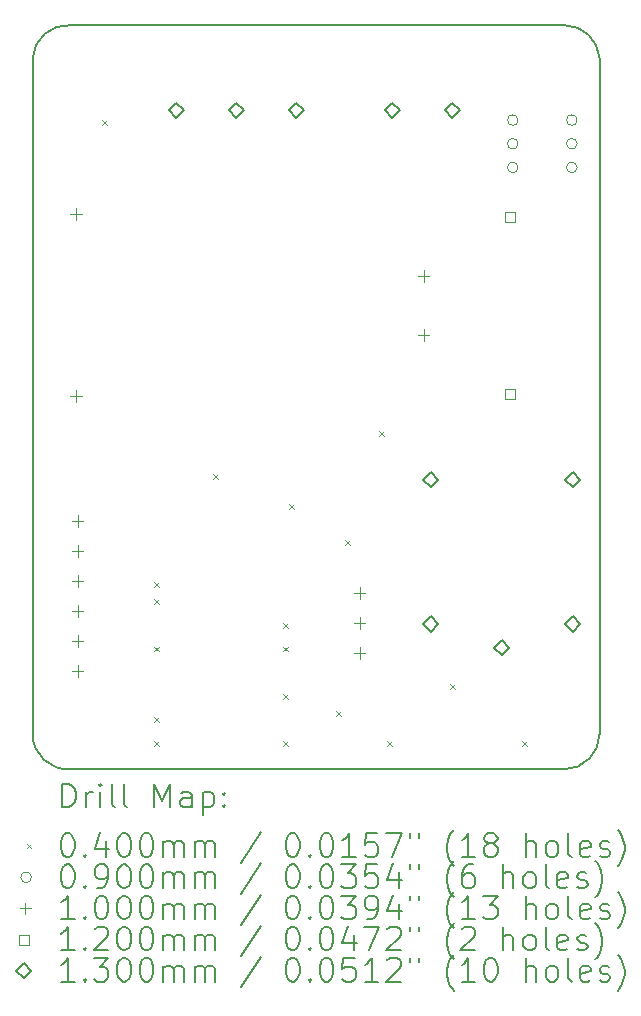
<source format=gbr>
%TF.GenerationSoftware,KiCad,Pcbnew,7.0.8*%
%TF.CreationDate,2024-05-09T14:58:11-03:00*%
%TF.ProjectId,lamp_module_x1,6c616d70-5f6d-46f6-9475-6c655f78312e,1.1*%
%TF.SameCoordinates,Original*%
%TF.FileFunction,Drillmap*%
%TF.FilePolarity,Positive*%
%FSLAX45Y45*%
G04 Gerber Fmt 4.5, Leading zero omitted, Abs format (unit mm)*
G04 Created by KiCad (PCBNEW 7.0.8) date 2024-05-09 14:58:11*
%MOMM*%
%LPD*%
G01*
G04 APERTURE LIST*
%ADD10C,0.200000*%
%ADD11C,0.040000*%
%ADD12C,0.090000*%
%ADD13C,0.100000*%
%ADD14C,0.120000*%
%ADD15C,0.130000*%
G04 APERTURE END LIST*
D10*
X13178400Y-5091815D02*
X17355903Y-5091815D01*
X12855467Y-11092693D02*
G75*
G03*
X13178400Y-11391815I300003J3D01*
G01*
X12855467Y-11092693D02*
X12855024Y-5374394D01*
X17655392Y-5374445D02*
G75*
G03*
X17355903Y-5091815I-299492J-17365D01*
G01*
X13178400Y-5091809D02*
G75*
G03*
X12855025Y-5374394I-22991J-300011D01*
G01*
X13178400Y-11391815D02*
X17355400Y-11391815D01*
X17655400Y-5374445D02*
X17655400Y-11091815D01*
X17355400Y-11391820D02*
G75*
G03*
X17655400Y-11091815I0J300000D01*
G01*
D11*
X13444400Y-5893730D02*
X13484400Y-5933730D01*
X13484400Y-5893730D02*
X13444400Y-5933730D01*
X13886300Y-9807680D02*
X13926300Y-9847680D01*
X13926300Y-9807680D02*
X13886300Y-9847680D01*
X13886300Y-9953881D02*
X13926300Y-9993881D01*
X13926300Y-9953881D02*
X13886300Y-9993881D01*
X13886300Y-10353880D02*
X13926300Y-10393880D01*
X13926300Y-10353880D02*
X13886300Y-10393880D01*
X13886300Y-10953880D02*
X13926300Y-10993880D01*
X13926300Y-10953880D02*
X13886300Y-10993880D01*
X13886300Y-11153880D02*
X13926300Y-11193880D01*
X13926300Y-11153880D02*
X13886300Y-11193880D01*
X14381800Y-8890930D02*
X14421800Y-8930930D01*
X14421800Y-8890930D02*
X14381800Y-8930930D01*
X14978500Y-10153880D02*
X15018500Y-10193880D01*
X15018500Y-10153880D02*
X14978500Y-10193880D01*
X14978500Y-10353880D02*
X15018500Y-10393880D01*
X15018500Y-10353880D02*
X14978500Y-10393880D01*
X14978500Y-10753881D02*
X15018500Y-10793881D01*
X15018500Y-10753881D02*
X14978500Y-10793881D01*
X14978500Y-11153880D02*
X15018500Y-11193880D01*
X15018500Y-11153880D02*
X14978500Y-11193880D01*
X15029500Y-9146330D02*
X15069500Y-9186330D01*
X15069500Y-9146330D02*
X15029500Y-9186330D01*
X15425600Y-10897530D02*
X15465600Y-10937530D01*
X15465600Y-10897530D02*
X15425600Y-10937530D01*
X15499400Y-9454200D02*
X15539400Y-9494200D01*
X15539400Y-9454200D02*
X15499400Y-9494200D01*
X15786800Y-8527100D02*
X15826800Y-8567100D01*
X15826800Y-8527100D02*
X15786800Y-8567100D01*
X15857400Y-11151530D02*
X15897400Y-11191530D01*
X15897400Y-11151530D02*
X15857400Y-11191530D01*
X16390800Y-10668930D02*
X16430800Y-10708930D01*
X16430800Y-10668930D02*
X16390800Y-10708930D01*
X17000400Y-11151530D02*
X17040400Y-11191530D01*
X17040400Y-11151530D02*
X17000400Y-11191530D01*
D12*
X16965400Y-5896000D02*
G75*
G03*
X16965400Y-5896000I-45000J0D01*
G01*
X16965400Y-6096000D02*
G75*
G03*
X16965400Y-6096000I-45000J0D01*
G01*
X16965400Y-6296000D02*
G75*
G03*
X16965400Y-6296000I-45000J0D01*
G01*
X17465400Y-5896000D02*
G75*
G03*
X17465400Y-5896000I-45000J0D01*
G01*
X17465400Y-6096000D02*
G75*
G03*
X17465400Y-6096000I-45000J0D01*
G01*
X17465400Y-6296000D02*
G75*
G03*
X17465400Y-6296000I-45000J0D01*
G01*
D13*
X13225250Y-6643130D02*
X13225250Y-6743130D01*
X13175250Y-6693130D02*
X13275250Y-6693130D01*
X13225250Y-8183130D02*
X13225250Y-8283130D01*
X13175250Y-8233130D02*
X13275250Y-8233130D01*
X13235800Y-9241930D02*
X13235800Y-9341930D01*
X13185800Y-9291930D02*
X13285800Y-9291930D01*
X13235800Y-9495930D02*
X13235800Y-9595930D01*
X13185800Y-9545930D02*
X13285800Y-9545930D01*
X13235800Y-9749930D02*
X13235800Y-9849930D01*
X13185800Y-9799930D02*
X13285800Y-9799930D01*
X13235800Y-10003930D02*
X13235800Y-10103930D01*
X13185800Y-10053930D02*
X13285800Y-10053930D01*
X13235800Y-10257930D02*
X13235800Y-10357930D01*
X13185800Y-10307930D02*
X13285800Y-10307930D01*
X13235800Y-10511930D02*
X13235800Y-10611930D01*
X13185800Y-10561930D02*
X13285800Y-10561930D01*
X15623400Y-9851530D02*
X15623400Y-9951530D01*
X15573400Y-9901530D02*
X15673400Y-9901530D01*
X15623400Y-10105530D02*
X15623400Y-10205530D01*
X15573400Y-10155530D02*
X15673400Y-10155530D01*
X15623400Y-10359530D02*
X15623400Y-10459530D01*
X15573400Y-10409530D02*
X15673400Y-10409530D01*
X16165250Y-7163130D02*
X16165250Y-7263130D01*
X16115250Y-7213130D02*
X16215250Y-7213130D01*
X16165250Y-7663130D02*
X16165250Y-7763130D01*
X16115250Y-7713130D02*
X16215250Y-7713130D01*
D14*
X16935827Y-6755557D02*
X16935827Y-6670703D01*
X16850973Y-6670703D01*
X16850973Y-6755557D01*
X16935827Y-6755557D01*
X16935827Y-8255557D02*
X16935827Y-8170703D01*
X16850973Y-8170703D01*
X16850973Y-8255557D01*
X16935827Y-8255557D01*
D15*
X14071600Y-5877130D02*
X14136600Y-5812130D01*
X14071600Y-5747130D01*
X14006600Y-5812130D01*
X14071600Y-5877130D01*
X14579600Y-5877130D02*
X14644600Y-5812130D01*
X14579600Y-5747130D01*
X14514600Y-5812130D01*
X14579600Y-5877130D01*
X15087600Y-5877130D02*
X15152600Y-5812130D01*
X15087600Y-5747130D01*
X15022600Y-5812130D01*
X15087600Y-5877130D01*
X15900400Y-5877130D02*
X15965400Y-5812130D01*
X15900400Y-5747130D01*
X15835400Y-5812130D01*
X15900400Y-5877130D01*
X16226800Y-9006330D02*
X16291800Y-8941330D01*
X16226800Y-8876330D01*
X16161800Y-8941330D01*
X16226800Y-9006330D01*
X16226800Y-10226330D02*
X16291800Y-10161330D01*
X16226800Y-10096330D01*
X16161800Y-10161330D01*
X16226800Y-10226330D01*
X16408400Y-5877130D02*
X16473400Y-5812130D01*
X16408400Y-5747130D01*
X16343400Y-5812130D01*
X16408400Y-5877130D01*
X16826800Y-10426330D02*
X16891800Y-10361330D01*
X16826800Y-10296330D01*
X16761800Y-10361330D01*
X16826800Y-10426330D01*
X17426800Y-9006330D02*
X17491800Y-8941330D01*
X17426800Y-8876330D01*
X17361800Y-8941330D01*
X17426800Y-9006330D01*
X17426800Y-10226330D02*
X17491800Y-10161330D01*
X17426800Y-10096330D01*
X17361800Y-10161330D01*
X17426800Y-10226330D01*
D10*
X13105801Y-11714177D02*
X13105801Y-11514177D01*
X13105801Y-11514177D02*
X13153420Y-11514177D01*
X13153420Y-11514177D02*
X13181992Y-11523701D01*
X13181992Y-11523701D02*
X13201039Y-11542748D01*
X13201039Y-11542748D02*
X13210563Y-11561796D01*
X13210563Y-11561796D02*
X13220087Y-11599891D01*
X13220087Y-11599891D02*
X13220087Y-11628462D01*
X13220087Y-11628462D02*
X13210563Y-11666558D01*
X13210563Y-11666558D02*
X13201039Y-11685605D01*
X13201039Y-11685605D02*
X13181992Y-11704653D01*
X13181992Y-11704653D02*
X13153420Y-11714177D01*
X13153420Y-11714177D02*
X13105801Y-11714177D01*
X13305801Y-11714177D02*
X13305801Y-11580843D01*
X13305801Y-11618939D02*
X13315325Y-11599891D01*
X13315325Y-11599891D02*
X13324849Y-11590367D01*
X13324849Y-11590367D02*
X13343896Y-11580843D01*
X13343896Y-11580843D02*
X13362944Y-11580843D01*
X13429611Y-11714177D02*
X13429611Y-11580843D01*
X13429611Y-11514177D02*
X13420087Y-11523701D01*
X13420087Y-11523701D02*
X13429611Y-11533224D01*
X13429611Y-11533224D02*
X13439135Y-11523701D01*
X13439135Y-11523701D02*
X13429611Y-11514177D01*
X13429611Y-11514177D02*
X13429611Y-11533224D01*
X13553420Y-11714177D02*
X13534373Y-11704653D01*
X13534373Y-11704653D02*
X13524849Y-11685605D01*
X13524849Y-11685605D02*
X13524849Y-11514177D01*
X13658182Y-11714177D02*
X13639135Y-11704653D01*
X13639135Y-11704653D02*
X13629611Y-11685605D01*
X13629611Y-11685605D02*
X13629611Y-11514177D01*
X13886754Y-11714177D02*
X13886754Y-11514177D01*
X13886754Y-11514177D02*
X13953420Y-11657034D01*
X13953420Y-11657034D02*
X14020087Y-11514177D01*
X14020087Y-11514177D02*
X14020087Y-11714177D01*
X14201039Y-11714177D02*
X14201039Y-11609415D01*
X14201039Y-11609415D02*
X14191516Y-11590367D01*
X14191516Y-11590367D02*
X14172468Y-11580843D01*
X14172468Y-11580843D02*
X14134373Y-11580843D01*
X14134373Y-11580843D02*
X14115325Y-11590367D01*
X14201039Y-11704653D02*
X14181992Y-11714177D01*
X14181992Y-11714177D02*
X14134373Y-11714177D01*
X14134373Y-11714177D02*
X14115325Y-11704653D01*
X14115325Y-11704653D02*
X14105801Y-11685605D01*
X14105801Y-11685605D02*
X14105801Y-11666558D01*
X14105801Y-11666558D02*
X14115325Y-11647510D01*
X14115325Y-11647510D02*
X14134373Y-11637986D01*
X14134373Y-11637986D02*
X14181992Y-11637986D01*
X14181992Y-11637986D02*
X14201039Y-11628462D01*
X14296277Y-11580843D02*
X14296277Y-11780843D01*
X14296277Y-11590367D02*
X14315325Y-11580843D01*
X14315325Y-11580843D02*
X14353420Y-11580843D01*
X14353420Y-11580843D02*
X14372468Y-11590367D01*
X14372468Y-11590367D02*
X14381992Y-11599891D01*
X14381992Y-11599891D02*
X14391516Y-11618939D01*
X14391516Y-11618939D02*
X14391516Y-11676081D01*
X14391516Y-11676081D02*
X14381992Y-11695129D01*
X14381992Y-11695129D02*
X14372468Y-11704653D01*
X14372468Y-11704653D02*
X14353420Y-11714177D01*
X14353420Y-11714177D02*
X14315325Y-11714177D01*
X14315325Y-11714177D02*
X14296277Y-11704653D01*
X14477230Y-11695129D02*
X14486754Y-11704653D01*
X14486754Y-11704653D02*
X14477230Y-11714177D01*
X14477230Y-11714177D02*
X14467706Y-11704653D01*
X14467706Y-11704653D02*
X14477230Y-11695129D01*
X14477230Y-11695129D02*
X14477230Y-11714177D01*
X14477230Y-11590367D02*
X14486754Y-11599891D01*
X14486754Y-11599891D02*
X14477230Y-11609415D01*
X14477230Y-11609415D02*
X14467706Y-11599891D01*
X14467706Y-11599891D02*
X14477230Y-11590367D01*
X14477230Y-11590367D02*
X14477230Y-11609415D01*
D11*
X12805024Y-12022693D02*
X12845024Y-12062693D01*
X12845024Y-12022693D02*
X12805024Y-12062693D01*
D10*
X13143896Y-11934177D02*
X13162944Y-11934177D01*
X13162944Y-11934177D02*
X13181992Y-11943701D01*
X13181992Y-11943701D02*
X13191516Y-11953224D01*
X13191516Y-11953224D02*
X13201039Y-11972272D01*
X13201039Y-11972272D02*
X13210563Y-12010367D01*
X13210563Y-12010367D02*
X13210563Y-12057986D01*
X13210563Y-12057986D02*
X13201039Y-12096081D01*
X13201039Y-12096081D02*
X13191516Y-12115129D01*
X13191516Y-12115129D02*
X13181992Y-12124653D01*
X13181992Y-12124653D02*
X13162944Y-12134177D01*
X13162944Y-12134177D02*
X13143896Y-12134177D01*
X13143896Y-12134177D02*
X13124849Y-12124653D01*
X13124849Y-12124653D02*
X13115325Y-12115129D01*
X13115325Y-12115129D02*
X13105801Y-12096081D01*
X13105801Y-12096081D02*
X13096277Y-12057986D01*
X13096277Y-12057986D02*
X13096277Y-12010367D01*
X13096277Y-12010367D02*
X13105801Y-11972272D01*
X13105801Y-11972272D02*
X13115325Y-11953224D01*
X13115325Y-11953224D02*
X13124849Y-11943701D01*
X13124849Y-11943701D02*
X13143896Y-11934177D01*
X13296277Y-12115129D02*
X13305801Y-12124653D01*
X13305801Y-12124653D02*
X13296277Y-12134177D01*
X13296277Y-12134177D02*
X13286754Y-12124653D01*
X13286754Y-12124653D02*
X13296277Y-12115129D01*
X13296277Y-12115129D02*
X13296277Y-12134177D01*
X13477230Y-12000843D02*
X13477230Y-12134177D01*
X13429611Y-11924653D02*
X13381992Y-12067510D01*
X13381992Y-12067510D02*
X13505801Y-12067510D01*
X13620087Y-11934177D02*
X13639135Y-11934177D01*
X13639135Y-11934177D02*
X13658182Y-11943701D01*
X13658182Y-11943701D02*
X13667706Y-11953224D01*
X13667706Y-11953224D02*
X13677230Y-11972272D01*
X13677230Y-11972272D02*
X13686754Y-12010367D01*
X13686754Y-12010367D02*
X13686754Y-12057986D01*
X13686754Y-12057986D02*
X13677230Y-12096081D01*
X13677230Y-12096081D02*
X13667706Y-12115129D01*
X13667706Y-12115129D02*
X13658182Y-12124653D01*
X13658182Y-12124653D02*
X13639135Y-12134177D01*
X13639135Y-12134177D02*
X13620087Y-12134177D01*
X13620087Y-12134177D02*
X13601039Y-12124653D01*
X13601039Y-12124653D02*
X13591516Y-12115129D01*
X13591516Y-12115129D02*
X13581992Y-12096081D01*
X13581992Y-12096081D02*
X13572468Y-12057986D01*
X13572468Y-12057986D02*
X13572468Y-12010367D01*
X13572468Y-12010367D02*
X13581992Y-11972272D01*
X13581992Y-11972272D02*
X13591516Y-11953224D01*
X13591516Y-11953224D02*
X13601039Y-11943701D01*
X13601039Y-11943701D02*
X13620087Y-11934177D01*
X13810563Y-11934177D02*
X13829611Y-11934177D01*
X13829611Y-11934177D02*
X13848658Y-11943701D01*
X13848658Y-11943701D02*
X13858182Y-11953224D01*
X13858182Y-11953224D02*
X13867706Y-11972272D01*
X13867706Y-11972272D02*
X13877230Y-12010367D01*
X13877230Y-12010367D02*
X13877230Y-12057986D01*
X13877230Y-12057986D02*
X13867706Y-12096081D01*
X13867706Y-12096081D02*
X13858182Y-12115129D01*
X13858182Y-12115129D02*
X13848658Y-12124653D01*
X13848658Y-12124653D02*
X13829611Y-12134177D01*
X13829611Y-12134177D02*
X13810563Y-12134177D01*
X13810563Y-12134177D02*
X13791516Y-12124653D01*
X13791516Y-12124653D02*
X13781992Y-12115129D01*
X13781992Y-12115129D02*
X13772468Y-12096081D01*
X13772468Y-12096081D02*
X13762944Y-12057986D01*
X13762944Y-12057986D02*
X13762944Y-12010367D01*
X13762944Y-12010367D02*
X13772468Y-11972272D01*
X13772468Y-11972272D02*
X13781992Y-11953224D01*
X13781992Y-11953224D02*
X13791516Y-11943701D01*
X13791516Y-11943701D02*
X13810563Y-11934177D01*
X13962944Y-12134177D02*
X13962944Y-12000843D01*
X13962944Y-12019891D02*
X13972468Y-12010367D01*
X13972468Y-12010367D02*
X13991516Y-12000843D01*
X13991516Y-12000843D02*
X14020087Y-12000843D01*
X14020087Y-12000843D02*
X14039135Y-12010367D01*
X14039135Y-12010367D02*
X14048658Y-12029415D01*
X14048658Y-12029415D02*
X14048658Y-12134177D01*
X14048658Y-12029415D02*
X14058182Y-12010367D01*
X14058182Y-12010367D02*
X14077230Y-12000843D01*
X14077230Y-12000843D02*
X14105801Y-12000843D01*
X14105801Y-12000843D02*
X14124849Y-12010367D01*
X14124849Y-12010367D02*
X14134373Y-12029415D01*
X14134373Y-12029415D02*
X14134373Y-12134177D01*
X14229611Y-12134177D02*
X14229611Y-12000843D01*
X14229611Y-12019891D02*
X14239135Y-12010367D01*
X14239135Y-12010367D02*
X14258182Y-12000843D01*
X14258182Y-12000843D02*
X14286754Y-12000843D01*
X14286754Y-12000843D02*
X14305801Y-12010367D01*
X14305801Y-12010367D02*
X14315325Y-12029415D01*
X14315325Y-12029415D02*
X14315325Y-12134177D01*
X14315325Y-12029415D02*
X14324849Y-12010367D01*
X14324849Y-12010367D02*
X14343897Y-12000843D01*
X14343897Y-12000843D02*
X14372468Y-12000843D01*
X14372468Y-12000843D02*
X14391516Y-12010367D01*
X14391516Y-12010367D02*
X14401039Y-12029415D01*
X14401039Y-12029415D02*
X14401039Y-12134177D01*
X14791516Y-11924653D02*
X14620087Y-12181796D01*
X15048659Y-11934177D02*
X15067706Y-11934177D01*
X15067706Y-11934177D02*
X15086754Y-11943701D01*
X15086754Y-11943701D02*
X15096278Y-11953224D01*
X15096278Y-11953224D02*
X15105801Y-11972272D01*
X15105801Y-11972272D02*
X15115325Y-12010367D01*
X15115325Y-12010367D02*
X15115325Y-12057986D01*
X15115325Y-12057986D02*
X15105801Y-12096081D01*
X15105801Y-12096081D02*
X15096278Y-12115129D01*
X15096278Y-12115129D02*
X15086754Y-12124653D01*
X15086754Y-12124653D02*
X15067706Y-12134177D01*
X15067706Y-12134177D02*
X15048659Y-12134177D01*
X15048659Y-12134177D02*
X15029611Y-12124653D01*
X15029611Y-12124653D02*
X15020087Y-12115129D01*
X15020087Y-12115129D02*
X15010563Y-12096081D01*
X15010563Y-12096081D02*
X15001040Y-12057986D01*
X15001040Y-12057986D02*
X15001040Y-12010367D01*
X15001040Y-12010367D02*
X15010563Y-11972272D01*
X15010563Y-11972272D02*
X15020087Y-11953224D01*
X15020087Y-11953224D02*
X15029611Y-11943701D01*
X15029611Y-11943701D02*
X15048659Y-11934177D01*
X15201040Y-12115129D02*
X15210563Y-12124653D01*
X15210563Y-12124653D02*
X15201040Y-12134177D01*
X15201040Y-12134177D02*
X15191516Y-12124653D01*
X15191516Y-12124653D02*
X15201040Y-12115129D01*
X15201040Y-12115129D02*
X15201040Y-12134177D01*
X15334373Y-11934177D02*
X15353421Y-11934177D01*
X15353421Y-11934177D02*
X15372468Y-11943701D01*
X15372468Y-11943701D02*
X15381992Y-11953224D01*
X15381992Y-11953224D02*
X15391516Y-11972272D01*
X15391516Y-11972272D02*
X15401040Y-12010367D01*
X15401040Y-12010367D02*
X15401040Y-12057986D01*
X15401040Y-12057986D02*
X15391516Y-12096081D01*
X15391516Y-12096081D02*
X15381992Y-12115129D01*
X15381992Y-12115129D02*
X15372468Y-12124653D01*
X15372468Y-12124653D02*
X15353421Y-12134177D01*
X15353421Y-12134177D02*
X15334373Y-12134177D01*
X15334373Y-12134177D02*
X15315325Y-12124653D01*
X15315325Y-12124653D02*
X15305801Y-12115129D01*
X15305801Y-12115129D02*
X15296278Y-12096081D01*
X15296278Y-12096081D02*
X15286754Y-12057986D01*
X15286754Y-12057986D02*
X15286754Y-12010367D01*
X15286754Y-12010367D02*
X15296278Y-11972272D01*
X15296278Y-11972272D02*
X15305801Y-11953224D01*
X15305801Y-11953224D02*
X15315325Y-11943701D01*
X15315325Y-11943701D02*
X15334373Y-11934177D01*
X15591516Y-12134177D02*
X15477230Y-12134177D01*
X15534373Y-12134177D02*
X15534373Y-11934177D01*
X15534373Y-11934177D02*
X15515325Y-11962748D01*
X15515325Y-11962748D02*
X15496278Y-11981796D01*
X15496278Y-11981796D02*
X15477230Y-11991320D01*
X15772468Y-11934177D02*
X15677230Y-11934177D01*
X15677230Y-11934177D02*
X15667706Y-12029415D01*
X15667706Y-12029415D02*
X15677230Y-12019891D01*
X15677230Y-12019891D02*
X15696278Y-12010367D01*
X15696278Y-12010367D02*
X15743897Y-12010367D01*
X15743897Y-12010367D02*
X15762944Y-12019891D01*
X15762944Y-12019891D02*
X15772468Y-12029415D01*
X15772468Y-12029415D02*
X15781992Y-12048462D01*
X15781992Y-12048462D02*
X15781992Y-12096081D01*
X15781992Y-12096081D02*
X15772468Y-12115129D01*
X15772468Y-12115129D02*
X15762944Y-12124653D01*
X15762944Y-12124653D02*
X15743897Y-12134177D01*
X15743897Y-12134177D02*
X15696278Y-12134177D01*
X15696278Y-12134177D02*
X15677230Y-12124653D01*
X15677230Y-12124653D02*
X15667706Y-12115129D01*
X15848659Y-11934177D02*
X15981992Y-11934177D01*
X15981992Y-11934177D02*
X15896278Y-12134177D01*
X16048659Y-11934177D02*
X16048659Y-11972272D01*
X16124849Y-11934177D02*
X16124849Y-11972272D01*
X16420087Y-12210367D02*
X16410563Y-12200843D01*
X16410563Y-12200843D02*
X16391516Y-12172272D01*
X16391516Y-12172272D02*
X16381992Y-12153224D01*
X16381992Y-12153224D02*
X16372468Y-12124653D01*
X16372468Y-12124653D02*
X16362944Y-12077034D01*
X16362944Y-12077034D02*
X16362944Y-12038939D01*
X16362944Y-12038939D02*
X16372468Y-11991320D01*
X16372468Y-11991320D02*
X16381992Y-11962748D01*
X16381992Y-11962748D02*
X16391516Y-11943701D01*
X16391516Y-11943701D02*
X16410563Y-11915129D01*
X16410563Y-11915129D02*
X16420087Y-11905605D01*
X16601040Y-12134177D02*
X16486754Y-12134177D01*
X16543897Y-12134177D02*
X16543897Y-11934177D01*
X16543897Y-11934177D02*
X16524849Y-11962748D01*
X16524849Y-11962748D02*
X16505802Y-11981796D01*
X16505802Y-11981796D02*
X16486754Y-11991320D01*
X16715325Y-12019891D02*
X16696278Y-12010367D01*
X16696278Y-12010367D02*
X16686754Y-12000843D01*
X16686754Y-12000843D02*
X16677230Y-11981796D01*
X16677230Y-11981796D02*
X16677230Y-11972272D01*
X16677230Y-11972272D02*
X16686754Y-11953224D01*
X16686754Y-11953224D02*
X16696278Y-11943701D01*
X16696278Y-11943701D02*
X16715325Y-11934177D01*
X16715325Y-11934177D02*
X16753421Y-11934177D01*
X16753421Y-11934177D02*
X16772468Y-11943701D01*
X16772468Y-11943701D02*
X16781992Y-11953224D01*
X16781992Y-11953224D02*
X16791516Y-11972272D01*
X16791516Y-11972272D02*
X16791516Y-11981796D01*
X16791516Y-11981796D02*
X16781992Y-12000843D01*
X16781992Y-12000843D02*
X16772468Y-12010367D01*
X16772468Y-12010367D02*
X16753421Y-12019891D01*
X16753421Y-12019891D02*
X16715325Y-12019891D01*
X16715325Y-12019891D02*
X16696278Y-12029415D01*
X16696278Y-12029415D02*
X16686754Y-12038939D01*
X16686754Y-12038939D02*
X16677230Y-12057986D01*
X16677230Y-12057986D02*
X16677230Y-12096081D01*
X16677230Y-12096081D02*
X16686754Y-12115129D01*
X16686754Y-12115129D02*
X16696278Y-12124653D01*
X16696278Y-12124653D02*
X16715325Y-12134177D01*
X16715325Y-12134177D02*
X16753421Y-12134177D01*
X16753421Y-12134177D02*
X16772468Y-12124653D01*
X16772468Y-12124653D02*
X16781992Y-12115129D01*
X16781992Y-12115129D02*
X16791516Y-12096081D01*
X16791516Y-12096081D02*
X16791516Y-12057986D01*
X16791516Y-12057986D02*
X16781992Y-12038939D01*
X16781992Y-12038939D02*
X16772468Y-12029415D01*
X16772468Y-12029415D02*
X16753421Y-12019891D01*
X17029611Y-12134177D02*
X17029611Y-11934177D01*
X17115326Y-12134177D02*
X17115326Y-12029415D01*
X17115326Y-12029415D02*
X17105802Y-12010367D01*
X17105802Y-12010367D02*
X17086754Y-12000843D01*
X17086754Y-12000843D02*
X17058183Y-12000843D01*
X17058183Y-12000843D02*
X17039135Y-12010367D01*
X17039135Y-12010367D02*
X17029611Y-12019891D01*
X17239135Y-12134177D02*
X17220087Y-12124653D01*
X17220087Y-12124653D02*
X17210564Y-12115129D01*
X17210564Y-12115129D02*
X17201040Y-12096081D01*
X17201040Y-12096081D02*
X17201040Y-12038939D01*
X17201040Y-12038939D02*
X17210564Y-12019891D01*
X17210564Y-12019891D02*
X17220087Y-12010367D01*
X17220087Y-12010367D02*
X17239135Y-12000843D01*
X17239135Y-12000843D02*
X17267707Y-12000843D01*
X17267707Y-12000843D02*
X17286754Y-12010367D01*
X17286754Y-12010367D02*
X17296278Y-12019891D01*
X17296278Y-12019891D02*
X17305802Y-12038939D01*
X17305802Y-12038939D02*
X17305802Y-12096081D01*
X17305802Y-12096081D02*
X17296278Y-12115129D01*
X17296278Y-12115129D02*
X17286754Y-12124653D01*
X17286754Y-12124653D02*
X17267707Y-12134177D01*
X17267707Y-12134177D02*
X17239135Y-12134177D01*
X17420087Y-12134177D02*
X17401040Y-12124653D01*
X17401040Y-12124653D02*
X17391516Y-12105605D01*
X17391516Y-12105605D02*
X17391516Y-11934177D01*
X17572468Y-12124653D02*
X17553421Y-12134177D01*
X17553421Y-12134177D02*
X17515326Y-12134177D01*
X17515326Y-12134177D02*
X17496278Y-12124653D01*
X17496278Y-12124653D02*
X17486754Y-12105605D01*
X17486754Y-12105605D02*
X17486754Y-12029415D01*
X17486754Y-12029415D02*
X17496278Y-12010367D01*
X17496278Y-12010367D02*
X17515326Y-12000843D01*
X17515326Y-12000843D02*
X17553421Y-12000843D01*
X17553421Y-12000843D02*
X17572468Y-12010367D01*
X17572468Y-12010367D02*
X17581992Y-12029415D01*
X17581992Y-12029415D02*
X17581992Y-12048462D01*
X17581992Y-12048462D02*
X17486754Y-12067510D01*
X17658183Y-12124653D02*
X17677230Y-12134177D01*
X17677230Y-12134177D02*
X17715326Y-12134177D01*
X17715326Y-12134177D02*
X17734373Y-12124653D01*
X17734373Y-12124653D02*
X17743897Y-12105605D01*
X17743897Y-12105605D02*
X17743897Y-12096081D01*
X17743897Y-12096081D02*
X17734373Y-12077034D01*
X17734373Y-12077034D02*
X17715326Y-12067510D01*
X17715326Y-12067510D02*
X17686754Y-12067510D01*
X17686754Y-12067510D02*
X17667707Y-12057986D01*
X17667707Y-12057986D02*
X17658183Y-12038939D01*
X17658183Y-12038939D02*
X17658183Y-12029415D01*
X17658183Y-12029415D02*
X17667707Y-12010367D01*
X17667707Y-12010367D02*
X17686754Y-12000843D01*
X17686754Y-12000843D02*
X17715326Y-12000843D01*
X17715326Y-12000843D02*
X17734373Y-12010367D01*
X17810564Y-12210367D02*
X17820088Y-12200843D01*
X17820088Y-12200843D02*
X17839135Y-12172272D01*
X17839135Y-12172272D02*
X17848659Y-12153224D01*
X17848659Y-12153224D02*
X17858183Y-12124653D01*
X17858183Y-12124653D02*
X17867707Y-12077034D01*
X17867707Y-12077034D02*
X17867707Y-12038939D01*
X17867707Y-12038939D02*
X17858183Y-11991320D01*
X17858183Y-11991320D02*
X17848659Y-11962748D01*
X17848659Y-11962748D02*
X17839135Y-11943701D01*
X17839135Y-11943701D02*
X17820088Y-11915129D01*
X17820088Y-11915129D02*
X17810564Y-11905605D01*
D12*
X12845024Y-12306693D02*
G75*
G03*
X12845024Y-12306693I-45000J0D01*
G01*
D10*
X13143896Y-12198177D02*
X13162944Y-12198177D01*
X13162944Y-12198177D02*
X13181992Y-12207701D01*
X13181992Y-12207701D02*
X13191516Y-12217224D01*
X13191516Y-12217224D02*
X13201039Y-12236272D01*
X13201039Y-12236272D02*
X13210563Y-12274367D01*
X13210563Y-12274367D02*
X13210563Y-12321986D01*
X13210563Y-12321986D02*
X13201039Y-12360081D01*
X13201039Y-12360081D02*
X13191516Y-12379129D01*
X13191516Y-12379129D02*
X13181992Y-12388653D01*
X13181992Y-12388653D02*
X13162944Y-12398177D01*
X13162944Y-12398177D02*
X13143896Y-12398177D01*
X13143896Y-12398177D02*
X13124849Y-12388653D01*
X13124849Y-12388653D02*
X13115325Y-12379129D01*
X13115325Y-12379129D02*
X13105801Y-12360081D01*
X13105801Y-12360081D02*
X13096277Y-12321986D01*
X13096277Y-12321986D02*
X13096277Y-12274367D01*
X13096277Y-12274367D02*
X13105801Y-12236272D01*
X13105801Y-12236272D02*
X13115325Y-12217224D01*
X13115325Y-12217224D02*
X13124849Y-12207701D01*
X13124849Y-12207701D02*
X13143896Y-12198177D01*
X13296277Y-12379129D02*
X13305801Y-12388653D01*
X13305801Y-12388653D02*
X13296277Y-12398177D01*
X13296277Y-12398177D02*
X13286754Y-12388653D01*
X13286754Y-12388653D02*
X13296277Y-12379129D01*
X13296277Y-12379129D02*
X13296277Y-12398177D01*
X13401039Y-12398177D02*
X13439135Y-12398177D01*
X13439135Y-12398177D02*
X13458182Y-12388653D01*
X13458182Y-12388653D02*
X13467706Y-12379129D01*
X13467706Y-12379129D02*
X13486754Y-12350558D01*
X13486754Y-12350558D02*
X13496277Y-12312462D01*
X13496277Y-12312462D02*
X13496277Y-12236272D01*
X13496277Y-12236272D02*
X13486754Y-12217224D01*
X13486754Y-12217224D02*
X13477230Y-12207701D01*
X13477230Y-12207701D02*
X13458182Y-12198177D01*
X13458182Y-12198177D02*
X13420087Y-12198177D01*
X13420087Y-12198177D02*
X13401039Y-12207701D01*
X13401039Y-12207701D02*
X13391516Y-12217224D01*
X13391516Y-12217224D02*
X13381992Y-12236272D01*
X13381992Y-12236272D02*
X13381992Y-12283891D01*
X13381992Y-12283891D02*
X13391516Y-12302939D01*
X13391516Y-12302939D02*
X13401039Y-12312462D01*
X13401039Y-12312462D02*
X13420087Y-12321986D01*
X13420087Y-12321986D02*
X13458182Y-12321986D01*
X13458182Y-12321986D02*
X13477230Y-12312462D01*
X13477230Y-12312462D02*
X13486754Y-12302939D01*
X13486754Y-12302939D02*
X13496277Y-12283891D01*
X13620087Y-12198177D02*
X13639135Y-12198177D01*
X13639135Y-12198177D02*
X13658182Y-12207701D01*
X13658182Y-12207701D02*
X13667706Y-12217224D01*
X13667706Y-12217224D02*
X13677230Y-12236272D01*
X13677230Y-12236272D02*
X13686754Y-12274367D01*
X13686754Y-12274367D02*
X13686754Y-12321986D01*
X13686754Y-12321986D02*
X13677230Y-12360081D01*
X13677230Y-12360081D02*
X13667706Y-12379129D01*
X13667706Y-12379129D02*
X13658182Y-12388653D01*
X13658182Y-12388653D02*
X13639135Y-12398177D01*
X13639135Y-12398177D02*
X13620087Y-12398177D01*
X13620087Y-12398177D02*
X13601039Y-12388653D01*
X13601039Y-12388653D02*
X13591516Y-12379129D01*
X13591516Y-12379129D02*
X13581992Y-12360081D01*
X13581992Y-12360081D02*
X13572468Y-12321986D01*
X13572468Y-12321986D02*
X13572468Y-12274367D01*
X13572468Y-12274367D02*
X13581992Y-12236272D01*
X13581992Y-12236272D02*
X13591516Y-12217224D01*
X13591516Y-12217224D02*
X13601039Y-12207701D01*
X13601039Y-12207701D02*
X13620087Y-12198177D01*
X13810563Y-12198177D02*
X13829611Y-12198177D01*
X13829611Y-12198177D02*
X13848658Y-12207701D01*
X13848658Y-12207701D02*
X13858182Y-12217224D01*
X13858182Y-12217224D02*
X13867706Y-12236272D01*
X13867706Y-12236272D02*
X13877230Y-12274367D01*
X13877230Y-12274367D02*
X13877230Y-12321986D01*
X13877230Y-12321986D02*
X13867706Y-12360081D01*
X13867706Y-12360081D02*
X13858182Y-12379129D01*
X13858182Y-12379129D02*
X13848658Y-12388653D01*
X13848658Y-12388653D02*
X13829611Y-12398177D01*
X13829611Y-12398177D02*
X13810563Y-12398177D01*
X13810563Y-12398177D02*
X13791516Y-12388653D01*
X13791516Y-12388653D02*
X13781992Y-12379129D01*
X13781992Y-12379129D02*
X13772468Y-12360081D01*
X13772468Y-12360081D02*
X13762944Y-12321986D01*
X13762944Y-12321986D02*
X13762944Y-12274367D01*
X13762944Y-12274367D02*
X13772468Y-12236272D01*
X13772468Y-12236272D02*
X13781992Y-12217224D01*
X13781992Y-12217224D02*
X13791516Y-12207701D01*
X13791516Y-12207701D02*
X13810563Y-12198177D01*
X13962944Y-12398177D02*
X13962944Y-12264843D01*
X13962944Y-12283891D02*
X13972468Y-12274367D01*
X13972468Y-12274367D02*
X13991516Y-12264843D01*
X13991516Y-12264843D02*
X14020087Y-12264843D01*
X14020087Y-12264843D02*
X14039135Y-12274367D01*
X14039135Y-12274367D02*
X14048658Y-12293415D01*
X14048658Y-12293415D02*
X14048658Y-12398177D01*
X14048658Y-12293415D02*
X14058182Y-12274367D01*
X14058182Y-12274367D02*
X14077230Y-12264843D01*
X14077230Y-12264843D02*
X14105801Y-12264843D01*
X14105801Y-12264843D02*
X14124849Y-12274367D01*
X14124849Y-12274367D02*
X14134373Y-12293415D01*
X14134373Y-12293415D02*
X14134373Y-12398177D01*
X14229611Y-12398177D02*
X14229611Y-12264843D01*
X14229611Y-12283891D02*
X14239135Y-12274367D01*
X14239135Y-12274367D02*
X14258182Y-12264843D01*
X14258182Y-12264843D02*
X14286754Y-12264843D01*
X14286754Y-12264843D02*
X14305801Y-12274367D01*
X14305801Y-12274367D02*
X14315325Y-12293415D01*
X14315325Y-12293415D02*
X14315325Y-12398177D01*
X14315325Y-12293415D02*
X14324849Y-12274367D01*
X14324849Y-12274367D02*
X14343897Y-12264843D01*
X14343897Y-12264843D02*
X14372468Y-12264843D01*
X14372468Y-12264843D02*
X14391516Y-12274367D01*
X14391516Y-12274367D02*
X14401039Y-12293415D01*
X14401039Y-12293415D02*
X14401039Y-12398177D01*
X14791516Y-12188653D02*
X14620087Y-12445796D01*
X15048659Y-12198177D02*
X15067706Y-12198177D01*
X15067706Y-12198177D02*
X15086754Y-12207701D01*
X15086754Y-12207701D02*
X15096278Y-12217224D01*
X15096278Y-12217224D02*
X15105801Y-12236272D01*
X15105801Y-12236272D02*
X15115325Y-12274367D01*
X15115325Y-12274367D02*
X15115325Y-12321986D01*
X15115325Y-12321986D02*
X15105801Y-12360081D01*
X15105801Y-12360081D02*
X15096278Y-12379129D01*
X15096278Y-12379129D02*
X15086754Y-12388653D01*
X15086754Y-12388653D02*
X15067706Y-12398177D01*
X15067706Y-12398177D02*
X15048659Y-12398177D01*
X15048659Y-12398177D02*
X15029611Y-12388653D01*
X15029611Y-12388653D02*
X15020087Y-12379129D01*
X15020087Y-12379129D02*
X15010563Y-12360081D01*
X15010563Y-12360081D02*
X15001040Y-12321986D01*
X15001040Y-12321986D02*
X15001040Y-12274367D01*
X15001040Y-12274367D02*
X15010563Y-12236272D01*
X15010563Y-12236272D02*
X15020087Y-12217224D01*
X15020087Y-12217224D02*
X15029611Y-12207701D01*
X15029611Y-12207701D02*
X15048659Y-12198177D01*
X15201040Y-12379129D02*
X15210563Y-12388653D01*
X15210563Y-12388653D02*
X15201040Y-12398177D01*
X15201040Y-12398177D02*
X15191516Y-12388653D01*
X15191516Y-12388653D02*
X15201040Y-12379129D01*
X15201040Y-12379129D02*
X15201040Y-12398177D01*
X15334373Y-12198177D02*
X15353421Y-12198177D01*
X15353421Y-12198177D02*
X15372468Y-12207701D01*
X15372468Y-12207701D02*
X15381992Y-12217224D01*
X15381992Y-12217224D02*
X15391516Y-12236272D01*
X15391516Y-12236272D02*
X15401040Y-12274367D01*
X15401040Y-12274367D02*
X15401040Y-12321986D01*
X15401040Y-12321986D02*
X15391516Y-12360081D01*
X15391516Y-12360081D02*
X15381992Y-12379129D01*
X15381992Y-12379129D02*
X15372468Y-12388653D01*
X15372468Y-12388653D02*
X15353421Y-12398177D01*
X15353421Y-12398177D02*
X15334373Y-12398177D01*
X15334373Y-12398177D02*
X15315325Y-12388653D01*
X15315325Y-12388653D02*
X15305801Y-12379129D01*
X15305801Y-12379129D02*
X15296278Y-12360081D01*
X15296278Y-12360081D02*
X15286754Y-12321986D01*
X15286754Y-12321986D02*
X15286754Y-12274367D01*
X15286754Y-12274367D02*
X15296278Y-12236272D01*
X15296278Y-12236272D02*
X15305801Y-12217224D01*
X15305801Y-12217224D02*
X15315325Y-12207701D01*
X15315325Y-12207701D02*
X15334373Y-12198177D01*
X15467706Y-12198177D02*
X15591516Y-12198177D01*
X15591516Y-12198177D02*
X15524849Y-12274367D01*
X15524849Y-12274367D02*
X15553421Y-12274367D01*
X15553421Y-12274367D02*
X15572468Y-12283891D01*
X15572468Y-12283891D02*
X15581992Y-12293415D01*
X15581992Y-12293415D02*
X15591516Y-12312462D01*
X15591516Y-12312462D02*
X15591516Y-12360081D01*
X15591516Y-12360081D02*
X15581992Y-12379129D01*
X15581992Y-12379129D02*
X15572468Y-12388653D01*
X15572468Y-12388653D02*
X15553421Y-12398177D01*
X15553421Y-12398177D02*
X15496278Y-12398177D01*
X15496278Y-12398177D02*
X15477230Y-12388653D01*
X15477230Y-12388653D02*
X15467706Y-12379129D01*
X15772468Y-12198177D02*
X15677230Y-12198177D01*
X15677230Y-12198177D02*
X15667706Y-12293415D01*
X15667706Y-12293415D02*
X15677230Y-12283891D01*
X15677230Y-12283891D02*
X15696278Y-12274367D01*
X15696278Y-12274367D02*
X15743897Y-12274367D01*
X15743897Y-12274367D02*
X15762944Y-12283891D01*
X15762944Y-12283891D02*
X15772468Y-12293415D01*
X15772468Y-12293415D02*
X15781992Y-12312462D01*
X15781992Y-12312462D02*
X15781992Y-12360081D01*
X15781992Y-12360081D02*
X15772468Y-12379129D01*
X15772468Y-12379129D02*
X15762944Y-12388653D01*
X15762944Y-12388653D02*
X15743897Y-12398177D01*
X15743897Y-12398177D02*
X15696278Y-12398177D01*
X15696278Y-12398177D02*
X15677230Y-12388653D01*
X15677230Y-12388653D02*
X15667706Y-12379129D01*
X15953421Y-12264843D02*
X15953421Y-12398177D01*
X15905801Y-12188653D02*
X15858182Y-12331510D01*
X15858182Y-12331510D02*
X15981992Y-12331510D01*
X16048659Y-12198177D02*
X16048659Y-12236272D01*
X16124849Y-12198177D02*
X16124849Y-12236272D01*
X16420087Y-12474367D02*
X16410563Y-12464843D01*
X16410563Y-12464843D02*
X16391516Y-12436272D01*
X16391516Y-12436272D02*
X16381992Y-12417224D01*
X16381992Y-12417224D02*
X16372468Y-12388653D01*
X16372468Y-12388653D02*
X16362944Y-12341034D01*
X16362944Y-12341034D02*
X16362944Y-12302939D01*
X16362944Y-12302939D02*
X16372468Y-12255320D01*
X16372468Y-12255320D02*
X16381992Y-12226748D01*
X16381992Y-12226748D02*
X16391516Y-12207701D01*
X16391516Y-12207701D02*
X16410563Y-12179129D01*
X16410563Y-12179129D02*
X16420087Y-12169605D01*
X16581992Y-12198177D02*
X16543897Y-12198177D01*
X16543897Y-12198177D02*
X16524849Y-12207701D01*
X16524849Y-12207701D02*
X16515325Y-12217224D01*
X16515325Y-12217224D02*
X16496278Y-12245796D01*
X16496278Y-12245796D02*
X16486754Y-12283891D01*
X16486754Y-12283891D02*
X16486754Y-12360081D01*
X16486754Y-12360081D02*
X16496278Y-12379129D01*
X16496278Y-12379129D02*
X16505802Y-12388653D01*
X16505802Y-12388653D02*
X16524849Y-12398177D01*
X16524849Y-12398177D02*
X16562944Y-12398177D01*
X16562944Y-12398177D02*
X16581992Y-12388653D01*
X16581992Y-12388653D02*
X16591516Y-12379129D01*
X16591516Y-12379129D02*
X16601040Y-12360081D01*
X16601040Y-12360081D02*
X16601040Y-12312462D01*
X16601040Y-12312462D02*
X16591516Y-12293415D01*
X16591516Y-12293415D02*
X16581992Y-12283891D01*
X16581992Y-12283891D02*
X16562944Y-12274367D01*
X16562944Y-12274367D02*
X16524849Y-12274367D01*
X16524849Y-12274367D02*
X16505802Y-12283891D01*
X16505802Y-12283891D02*
X16496278Y-12293415D01*
X16496278Y-12293415D02*
X16486754Y-12312462D01*
X16839135Y-12398177D02*
X16839135Y-12198177D01*
X16924849Y-12398177D02*
X16924849Y-12293415D01*
X16924849Y-12293415D02*
X16915326Y-12274367D01*
X16915326Y-12274367D02*
X16896278Y-12264843D01*
X16896278Y-12264843D02*
X16867706Y-12264843D01*
X16867706Y-12264843D02*
X16848659Y-12274367D01*
X16848659Y-12274367D02*
X16839135Y-12283891D01*
X17048659Y-12398177D02*
X17029611Y-12388653D01*
X17029611Y-12388653D02*
X17020087Y-12379129D01*
X17020087Y-12379129D02*
X17010564Y-12360081D01*
X17010564Y-12360081D02*
X17010564Y-12302939D01*
X17010564Y-12302939D02*
X17020087Y-12283891D01*
X17020087Y-12283891D02*
X17029611Y-12274367D01*
X17029611Y-12274367D02*
X17048659Y-12264843D01*
X17048659Y-12264843D02*
X17077230Y-12264843D01*
X17077230Y-12264843D02*
X17096278Y-12274367D01*
X17096278Y-12274367D02*
X17105802Y-12283891D01*
X17105802Y-12283891D02*
X17115326Y-12302939D01*
X17115326Y-12302939D02*
X17115326Y-12360081D01*
X17115326Y-12360081D02*
X17105802Y-12379129D01*
X17105802Y-12379129D02*
X17096278Y-12388653D01*
X17096278Y-12388653D02*
X17077230Y-12398177D01*
X17077230Y-12398177D02*
X17048659Y-12398177D01*
X17229611Y-12398177D02*
X17210564Y-12388653D01*
X17210564Y-12388653D02*
X17201040Y-12369605D01*
X17201040Y-12369605D02*
X17201040Y-12198177D01*
X17381992Y-12388653D02*
X17362945Y-12398177D01*
X17362945Y-12398177D02*
X17324849Y-12398177D01*
X17324849Y-12398177D02*
X17305802Y-12388653D01*
X17305802Y-12388653D02*
X17296278Y-12369605D01*
X17296278Y-12369605D02*
X17296278Y-12293415D01*
X17296278Y-12293415D02*
X17305802Y-12274367D01*
X17305802Y-12274367D02*
X17324849Y-12264843D01*
X17324849Y-12264843D02*
X17362945Y-12264843D01*
X17362945Y-12264843D02*
X17381992Y-12274367D01*
X17381992Y-12274367D02*
X17391516Y-12293415D01*
X17391516Y-12293415D02*
X17391516Y-12312462D01*
X17391516Y-12312462D02*
X17296278Y-12331510D01*
X17467707Y-12388653D02*
X17486754Y-12398177D01*
X17486754Y-12398177D02*
X17524849Y-12398177D01*
X17524849Y-12398177D02*
X17543897Y-12388653D01*
X17543897Y-12388653D02*
X17553421Y-12369605D01*
X17553421Y-12369605D02*
X17553421Y-12360081D01*
X17553421Y-12360081D02*
X17543897Y-12341034D01*
X17543897Y-12341034D02*
X17524849Y-12331510D01*
X17524849Y-12331510D02*
X17496278Y-12331510D01*
X17496278Y-12331510D02*
X17477230Y-12321986D01*
X17477230Y-12321986D02*
X17467707Y-12302939D01*
X17467707Y-12302939D02*
X17467707Y-12293415D01*
X17467707Y-12293415D02*
X17477230Y-12274367D01*
X17477230Y-12274367D02*
X17496278Y-12264843D01*
X17496278Y-12264843D02*
X17524849Y-12264843D01*
X17524849Y-12264843D02*
X17543897Y-12274367D01*
X17620088Y-12474367D02*
X17629611Y-12464843D01*
X17629611Y-12464843D02*
X17648659Y-12436272D01*
X17648659Y-12436272D02*
X17658183Y-12417224D01*
X17658183Y-12417224D02*
X17667707Y-12388653D01*
X17667707Y-12388653D02*
X17677230Y-12341034D01*
X17677230Y-12341034D02*
X17677230Y-12302939D01*
X17677230Y-12302939D02*
X17667707Y-12255320D01*
X17667707Y-12255320D02*
X17658183Y-12226748D01*
X17658183Y-12226748D02*
X17648659Y-12207701D01*
X17648659Y-12207701D02*
X17629611Y-12179129D01*
X17629611Y-12179129D02*
X17620088Y-12169605D01*
D13*
X12795024Y-12520693D02*
X12795024Y-12620693D01*
X12745024Y-12570693D02*
X12845024Y-12570693D01*
D10*
X13210563Y-12662177D02*
X13096277Y-12662177D01*
X13153420Y-12662177D02*
X13153420Y-12462177D01*
X13153420Y-12462177D02*
X13134373Y-12490748D01*
X13134373Y-12490748D02*
X13115325Y-12509796D01*
X13115325Y-12509796D02*
X13096277Y-12519320D01*
X13296277Y-12643129D02*
X13305801Y-12652653D01*
X13305801Y-12652653D02*
X13296277Y-12662177D01*
X13296277Y-12662177D02*
X13286754Y-12652653D01*
X13286754Y-12652653D02*
X13296277Y-12643129D01*
X13296277Y-12643129D02*
X13296277Y-12662177D01*
X13429611Y-12462177D02*
X13448658Y-12462177D01*
X13448658Y-12462177D02*
X13467706Y-12471701D01*
X13467706Y-12471701D02*
X13477230Y-12481224D01*
X13477230Y-12481224D02*
X13486754Y-12500272D01*
X13486754Y-12500272D02*
X13496277Y-12538367D01*
X13496277Y-12538367D02*
X13496277Y-12585986D01*
X13496277Y-12585986D02*
X13486754Y-12624081D01*
X13486754Y-12624081D02*
X13477230Y-12643129D01*
X13477230Y-12643129D02*
X13467706Y-12652653D01*
X13467706Y-12652653D02*
X13448658Y-12662177D01*
X13448658Y-12662177D02*
X13429611Y-12662177D01*
X13429611Y-12662177D02*
X13410563Y-12652653D01*
X13410563Y-12652653D02*
X13401039Y-12643129D01*
X13401039Y-12643129D02*
X13391516Y-12624081D01*
X13391516Y-12624081D02*
X13381992Y-12585986D01*
X13381992Y-12585986D02*
X13381992Y-12538367D01*
X13381992Y-12538367D02*
X13391516Y-12500272D01*
X13391516Y-12500272D02*
X13401039Y-12481224D01*
X13401039Y-12481224D02*
X13410563Y-12471701D01*
X13410563Y-12471701D02*
X13429611Y-12462177D01*
X13620087Y-12462177D02*
X13639135Y-12462177D01*
X13639135Y-12462177D02*
X13658182Y-12471701D01*
X13658182Y-12471701D02*
X13667706Y-12481224D01*
X13667706Y-12481224D02*
X13677230Y-12500272D01*
X13677230Y-12500272D02*
X13686754Y-12538367D01*
X13686754Y-12538367D02*
X13686754Y-12585986D01*
X13686754Y-12585986D02*
X13677230Y-12624081D01*
X13677230Y-12624081D02*
X13667706Y-12643129D01*
X13667706Y-12643129D02*
X13658182Y-12652653D01*
X13658182Y-12652653D02*
X13639135Y-12662177D01*
X13639135Y-12662177D02*
X13620087Y-12662177D01*
X13620087Y-12662177D02*
X13601039Y-12652653D01*
X13601039Y-12652653D02*
X13591516Y-12643129D01*
X13591516Y-12643129D02*
X13581992Y-12624081D01*
X13581992Y-12624081D02*
X13572468Y-12585986D01*
X13572468Y-12585986D02*
X13572468Y-12538367D01*
X13572468Y-12538367D02*
X13581992Y-12500272D01*
X13581992Y-12500272D02*
X13591516Y-12481224D01*
X13591516Y-12481224D02*
X13601039Y-12471701D01*
X13601039Y-12471701D02*
X13620087Y-12462177D01*
X13810563Y-12462177D02*
X13829611Y-12462177D01*
X13829611Y-12462177D02*
X13848658Y-12471701D01*
X13848658Y-12471701D02*
X13858182Y-12481224D01*
X13858182Y-12481224D02*
X13867706Y-12500272D01*
X13867706Y-12500272D02*
X13877230Y-12538367D01*
X13877230Y-12538367D02*
X13877230Y-12585986D01*
X13877230Y-12585986D02*
X13867706Y-12624081D01*
X13867706Y-12624081D02*
X13858182Y-12643129D01*
X13858182Y-12643129D02*
X13848658Y-12652653D01*
X13848658Y-12652653D02*
X13829611Y-12662177D01*
X13829611Y-12662177D02*
X13810563Y-12662177D01*
X13810563Y-12662177D02*
X13791516Y-12652653D01*
X13791516Y-12652653D02*
X13781992Y-12643129D01*
X13781992Y-12643129D02*
X13772468Y-12624081D01*
X13772468Y-12624081D02*
X13762944Y-12585986D01*
X13762944Y-12585986D02*
X13762944Y-12538367D01*
X13762944Y-12538367D02*
X13772468Y-12500272D01*
X13772468Y-12500272D02*
X13781992Y-12481224D01*
X13781992Y-12481224D02*
X13791516Y-12471701D01*
X13791516Y-12471701D02*
X13810563Y-12462177D01*
X13962944Y-12662177D02*
X13962944Y-12528843D01*
X13962944Y-12547891D02*
X13972468Y-12538367D01*
X13972468Y-12538367D02*
X13991516Y-12528843D01*
X13991516Y-12528843D02*
X14020087Y-12528843D01*
X14020087Y-12528843D02*
X14039135Y-12538367D01*
X14039135Y-12538367D02*
X14048658Y-12557415D01*
X14048658Y-12557415D02*
X14048658Y-12662177D01*
X14048658Y-12557415D02*
X14058182Y-12538367D01*
X14058182Y-12538367D02*
X14077230Y-12528843D01*
X14077230Y-12528843D02*
X14105801Y-12528843D01*
X14105801Y-12528843D02*
X14124849Y-12538367D01*
X14124849Y-12538367D02*
X14134373Y-12557415D01*
X14134373Y-12557415D02*
X14134373Y-12662177D01*
X14229611Y-12662177D02*
X14229611Y-12528843D01*
X14229611Y-12547891D02*
X14239135Y-12538367D01*
X14239135Y-12538367D02*
X14258182Y-12528843D01*
X14258182Y-12528843D02*
X14286754Y-12528843D01*
X14286754Y-12528843D02*
X14305801Y-12538367D01*
X14305801Y-12538367D02*
X14315325Y-12557415D01*
X14315325Y-12557415D02*
X14315325Y-12662177D01*
X14315325Y-12557415D02*
X14324849Y-12538367D01*
X14324849Y-12538367D02*
X14343897Y-12528843D01*
X14343897Y-12528843D02*
X14372468Y-12528843D01*
X14372468Y-12528843D02*
X14391516Y-12538367D01*
X14391516Y-12538367D02*
X14401039Y-12557415D01*
X14401039Y-12557415D02*
X14401039Y-12662177D01*
X14791516Y-12452653D02*
X14620087Y-12709796D01*
X15048659Y-12462177D02*
X15067706Y-12462177D01*
X15067706Y-12462177D02*
X15086754Y-12471701D01*
X15086754Y-12471701D02*
X15096278Y-12481224D01*
X15096278Y-12481224D02*
X15105801Y-12500272D01*
X15105801Y-12500272D02*
X15115325Y-12538367D01*
X15115325Y-12538367D02*
X15115325Y-12585986D01*
X15115325Y-12585986D02*
X15105801Y-12624081D01*
X15105801Y-12624081D02*
X15096278Y-12643129D01*
X15096278Y-12643129D02*
X15086754Y-12652653D01*
X15086754Y-12652653D02*
X15067706Y-12662177D01*
X15067706Y-12662177D02*
X15048659Y-12662177D01*
X15048659Y-12662177D02*
X15029611Y-12652653D01*
X15029611Y-12652653D02*
X15020087Y-12643129D01*
X15020087Y-12643129D02*
X15010563Y-12624081D01*
X15010563Y-12624081D02*
X15001040Y-12585986D01*
X15001040Y-12585986D02*
X15001040Y-12538367D01*
X15001040Y-12538367D02*
X15010563Y-12500272D01*
X15010563Y-12500272D02*
X15020087Y-12481224D01*
X15020087Y-12481224D02*
X15029611Y-12471701D01*
X15029611Y-12471701D02*
X15048659Y-12462177D01*
X15201040Y-12643129D02*
X15210563Y-12652653D01*
X15210563Y-12652653D02*
X15201040Y-12662177D01*
X15201040Y-12662177D02*
X15191516Y-12652653D01*
X15191516Y-12652653D02*
X15201040Y-12643129D01*
X15201040Y-12643129D02*
X15201040Y-12662177D01*
X15334373Y-12462177D02*
X15353421Y-12462177D01*
X15353421Y-12462177D02*
X15372468Y-12471701D01*
X15372468Y-12471701D02*
X15381992Y-12481224D01*
X15381992Y-12481224D02*
X15391516Y-12500272D01*
X15391516Y-12500272D02*
X15401040Y-12538367D01*
X15401040Y-12538367D02*
X15401040Y-12585986D01*
X15401040Y-12585986D02*
X15391516Y-12624081D01*
X15391516Y-12624081D02*
X15381992Y-12643129D01*
X15381992Y-12643129D02*
X15372468Y-12652653D01*
X15372468Y-12652653D02*
X15353421Y-12662177D01*
X15353421Y-12662177D02*
X15334373Y-12662177D01*
X15334373Y-12662177D02*
X15315325Y-12652653D01*
X15315325Y-12652653D02*
X15305801Y-12643129D01*
X15305801Y-12643129D02*
X15296278Y-12624081D01*
X15296278Y-12624081D02*
X15286754Y-12585986D01*
X15286754Y-12585986D02*
X15286754Y-12538367D01*
X15286754Y-12538367D02*
X15296278Y-12500272D01*
X15296278Y-12500272D02*
X15305801Y-12481224D01*
X15305801Y-12481224D02*
X15315325Y-12471701D01*
X15315325Y-12471701D02*
X15334373Y-12462177D01*
X15467706Y-12462177D02*
X15591516Y-12462177D01*
X15591516Y-12462177D02*
X15524849Y-12538367D01*
X15524849Y-12538367D02*
X15553421Y-12538367D01*
X15553421Y-12538367D02*
X15572468Y-12547891D01*
X15572468Y-12547891D02*
X15581992Y-12557415D01*
X15581992Y-12557415D02*
X15591516Y-12576462D01*
X15591516Y-12576462D02*
X15591516Y-12624081D01*
X15591516Y-12624081D02*
X15581992Y-12643129D01*
X15581992Y-12643129D02*
X15572468Y-12652653D01*
X15572468Y-12652653D02*
X15553421Y-12662177D01*
X15553421Y-12662177D02*
X15496278Y-12662177D01*
X15496278Y-12662177D02*
X15477230Y-12652653D01*
X15477230Y-12652653D02*
X15467706Y-12643129D01*
X15686754Y-12662177D02*
X15724849Y-12662177D01*
X15724849Y-12662177D02*
X15743897Y-12652653D01*
X15743897Y-12652653D02*
X15753421Y-12643129D01*
X15753421Y-12643129D02*
X15772468Y-12614558D01*
X15772468Y-12614558D02*
X15781992Y-12576462D01*
X15781992Y-12576462D02*
X15781992Y-12500272D01*
X15781992Y-12500272D02*
X15772468Y-12481224D01*
X15772468Y-12481224D02*
X15762944Y-12471701D01*
X15762944Y-12471701D02*
X15743897Y-12462177D01*
X15743897Y-12462177D02*
X15705801Y-12462177D01*
X15705801Y-12462177D02*
X15686754Y-12471701D01*
X15686754Y-12471701D02*
X15677230Y-12481224D01*
X15677230Y-12481224D02*
X15667706Y-12500272D01*
X15667706Y-12500272D02*
X15667706Y-12547891D01*
X15667706Y-12547891D02*
X15677230Y-12566939D01*
X15677230Y-12566939D02*
X15686754Y-12576462D01*
X15686754Y-12576462D02*
X15705801Y-12585986D01*
X15705801Y-12585986D02*
X15743897Y-12585986D01*
X15743897Y-12585986D02*
X15762944Y-12576462D01*
X15762944Y-12576462D02*
X15772468Y-12566939D01*
X15772468Y-12566939D02*
X15781992Y-12547891D01*
X15953421Y-12528843D02*
X15953421Y-12662177D01*
X15905801Y-12452653D02*
X15858182Y-12595510D01*
X15858182Y-12595510D02*
X15981992Y-12595510D01*
X16048659Y-12462177D02*
X16048659Y-12500272D01*
X16124849Y-12462177D02*
X16124849Y-12500272D01*
X16420087Y-12738367D02*
X16410563Y-12728843D01*
X16410563Y-12728843D02*
X16391516Y-12700272D01*
X16391516Y-12700272D02*
X16381992Y-12681224D01*
X16381992Y-12681224D02*
X16372468Y-12652653D01*
X16372468Y-12652653D02*
X16362944Y-12605034D01*
X16362944Y-12605034D02*
X16362944Y-12566939D01*
X16362944Y-12566939D02*
X16372468Y-12519320D01*
X16372468Y-12519320D02*
X16381992Y-12490748D01*
X16381992Y-12490748D02*
X16391516Y-12471701D01*
X16391516Y-12471701D02*
X16410563Y-12443129D01*
X16410563Y-12443129D02*
X16420087Y-12433605D01*
X16601040Y-12662177D02*
X16486754Y-12662177D01*
X16543897Y-12662177D02*
X16543897Y-12462177D01*
X16543897Y-12462177D02*
X16524849Y-12490748D01*
X16524849Y-12490748D02*
X16505802Y-12509796D01*
X16505802Y-12509796D02*
X16486754Y-12519320D01*
X16667706Y-12462177D02*
X16791516Y-12462177D01*
X16791516Y-12462177D02*
X16724849Y-12538367D01*
X16724849Y-12538367D02*
X16753421Y-12538367D01*
X16753421Y-12538367D02*
X16772468Y-12547891D01*
X16772468Y-12547891D02*
X16781992Y-12557415D01*
X16781992Y-12557415D02*
X16791516Y-12576462D01*
X16791516Y-12576462D02*
X16791516Y-12624081D01*
X16791516Y-12624081D02*
X16781992Y-12643129D01*
X16781992Y-12643129D02*
X16772468Y-12652653D01*
X16772468Y-12652653D02*
X16753421Y-12662177D01*
X16753421Y-12662177D02*
X16696278Y-12662177D01*
X16696278Y-12662177D02*
X16677230Y-12652653D01*
X16677230Y-12652653D02*
X16667706Y-12643129D01*
X17029611Y-12662177D02*
X17029611Y-12462177D01*
X17115326Y-12662177D02*
X17115326Y-12557415D01*
X17115326Y-12557415D02*
X17105802Y-12538367D01*
X17105802Y-12538367D02*
X17086754Y-12528843D01*
X17086754Y-12528843D02*
X17058183Y-12528843D01*
X17058183Y-12528843D02*
X17039135Y-12538367D01*
X17039135Y-12538367D02*
X17029611Y-12547891D01*
X17239135Y-12662177D02*
X17220087Y-12652653D01*
X17220087Y-12652653D02*
X17210564Y-12643129D01*
X17210564Y-12643129D02*
X17201040Y-12624081D01*
X17201040Y-12624081D02*
X17201040Y-12566939D01*
X17201040Y-12566939D02*
X17210564Y-12547891D01*
X17210564Y-12547891D02*
X17220087Y-12538367D01*
X17220087Y-12538367D02*
X17239135Y-12528843D01*
X17239135Y-12528843D02*
X17267707Y-12528843D01*
X17267707Y-12528843D02*
X17286754Y-12538367D01*
X17286754Y-12538367D02*
X17296278Y-12547891D01*
X17296278Y-12547891D02*
X17305802Y-12566939D01*
X17305802Y-12566939D02*
X17305802Y-12624081D01*
X17305802Y-12624081D02*
X17296278Y-12643129D01*
X17296278Y-12643129D02*
X17286754Y-12652653D01*
X17286754Y-12652653D02*
X17267707Y-12662177D01*
X17267707Y-12662177D02*
X17239135Y-12662177D01*
X17420087Y-12662177D02*
X17401040Y-12652653D01*
X17401040Y-12652653D02*
X17391516Y-12633605D01*
X17391516Y-12633605D02*
X17391516Y-12462177D01*
X17572468Y-12652653D02*
X17553421Y-12662177D01*
X17553421Y-12662177D02*
X17515326Y-12662177D01*
X17515326Y-12662177D02*
X17496278Y-12652653D01*
X17496278Y-12652653D02*
X17486754Y-12633605D01*
X17486754Y-12633605D02*
X17486754Y-12557415D01*
X17486754Y-12557415D02*
X17496278Y-12538367D01*
X17496278Y-12538367D02*
X17515326Y-12528843D01*
X17515326Y-12528843D02*
X17553421Y-12528843D01*
X17553421Y-12528843D02*
X17572468Y-12538367D01*
X17572468Y-12538367D02*
X17581992Y-12557415D01*
X17581992Y-12557415D02*
X17581992Y-12576462D01*
X17581992Y-12576462D02*
X17486754Y-12595510D01*
X17658183Y-12652653D02*
X17677230Y-12662177D01*
X17677230Y-12662177D02*
X17715326Y-12662177D01*
X17715326Y-12662177D02*
X17734373Y-12652653D01*
X17734373Y-12652653D02*
X17743897Y-12633605D01*
X17743897Y-12633605D02*
X17743897Y-12624081D01*
X17743897Y-12624081D02*
X17734373Y-12605034D01*
X17734373Y-12605034D02*
X17715326Y-12595510D01*
X17715326Y-12595510D02*
X17686754Y-12595510D01*
X17686754Y-12595510D02*
X17667707Y-12585986D01*
X17667707Y-12585986D02*
X17658183Y-12566939D01*
X17658183Y-12566939D02*
X17658183Y-12557415D01*
X17658183Y-12557415D02*
X17667707Y-12538367D01*
X17667707Y-12538367D02*
X17686754Y-12528843D01*
X17686754Y-12528843D02*
X17715326Y-12528843D01*
X17715326Y-12528843D02*
X17734373Y-12538367D01*
X17810564Y-12738367D02*
X17820088Y-12728843D01*
X17820088Y-12728843D02*
X17839135Y-12700272D01*
X17839135Y-12700272D02*
X17848659Y-12681224D01*
X17848659Y-12681224D02*
X17858183Y-12652653D01*
X17858183Y-12652653D02*
X17867707Y-12605034D01*
X17867707Y-12605034D02*
X17867707Y-12566939D01*
X17867707Y-12566939D02*
X17858183Y-12519320D01*
X17858183Y-12519320D02*
X17848659Y-12490748D01*
X17848659Y-12490748D02*
X17839135Y-12471701D01*
X17839135Y-12471701D02*
X17820088Y-12443129D01*
X17820088Y-12443129D02*
X17810564Y-12433605D01*
D14*
X12827451Y-12877120D02*
X12827451Y-12792266D01*
X12742598Y-12792266D01*
X12742598Y-12877120D01*
X12827451Y-12877120D01*
D10*
X13210563Y-12926177D02*
X13096277Y-12926177D01*
X13153420Y-12926177D02*
X13153420Y-12726177D01*
X13153420Y-12726177D02*
X13134373Y-12754748D01*
X13134373Y-12754748D02*
X13115325Y-12773796D01*
X13115325Y-12773796D02*
X13096277Y-12783320D01*
X13296277Y-12907129D02*
X13305801Y-12916653D01*
X13305801Y-12916653D02*
X13296277Y-12926177D01*
X13296277Y-12926177D02*
X13286754Y-12916653D01*
X13286754Y-12916653D02*
X13296277Y-12907129D01*
X13296277Y-12907129D02*
X13296277Y-12926177D01*
X13381992Y-12745224D02*
X13391516Y-12735701D01*
X13391516Y-12735701D02*
X13410563Y-12726177D01*
X13410563Y-12726177D02*
X13458182Y-12726177D01*
X13458182Y-12726177D02*
X13477230Y-12735701D01*
X13477230Y-12735701D02*
X13486754Y-12745224D01*
X13486754Y-12745224D02*
X13496277Y-12764272D01*
X13496277Y-12764272D02*
X13496277Y-12783320D01*
X13496277Y-12783320D02*
X13486754Y-12811891D01*
X13486754Y-12811891D02*
X13372468Y-12926177D01*
X13372468Y-12926177D02*
X13496277Y-12926177D01*
X13620087Y-12726177D02*
X13639135Y-12726177D01*
X13639135Y-12726177D02*
X13658182Y-12735701D01*
X13658182Y-12735701D02*
X13667706Y-12745224D01*
X13667706Y-12745224D02*
X13677230Y-12764272D01*
X13677230Y-12764272D02*
X13686754Y-12802367D01*
X13686754Y-12802367D02*
X13686754Y-12849986D01*
X13686754Y-12849986D02*
X13677230Y-12888081D01*
X13677230Y-12888081D02*
X13667706Y-12907129D01*
X13667706Y-12907129D02*
X13658182Y-12916653D01*
X13658182Y-12916653D02*
X13639135Y-12926177D01*
X13639135Y-12926177D02*
X13620087Y-12926177D01*
X13620087Y-12926177D02*
X13601039Y-12916653D01*
X13601039Y-12916653D02*
X13591516Y-12907129D01*
X13591516Y-12907129D02*
X13581992Y-12888081D01*
X13581992Y-12888081D02*
X13572468Y-12849986D01*
X13572468Y-12849986D02*
X13572468Y-12802367D01*
X13572468Y-12802367D02*
X13581992Y-12764272D01*
X13581992Y-12764272D02*
X13591516Y-12745224D01*
X13591516Y-12745224D02*
X13601039Y-12735701D01*
X13601039Y-12735701D02*
X13620087Y-12726177D01*
X13810563Y-12726177D02*
X13829611Y-12726177D01*
X13829611Y-12726177D02*
X13848658Y-12735701D01*
X13848658Y-12735701D02*
X13858182Y-12745224D01*
X13858182Y-12745224D02*
X13867706Y-12764272D01*
X13867706Y-12764272D02*
X13877230Y-12802367D01*
X13877230Y-12802367D02*
X13877230Y-12849986D01*
X13877230Y-12849986D02*
X13867706Y-12888081D01*
X13867706Y-12888081D02*
X13858182Y-12907129D01*
X13858182Y-12907129D02*
X13848658Y-12916653D01*
X13848658Y-12916653D02*
X13829611Y-12926177D01*
X13829611Y-12926177D02*
X13810563Y-12926177D01*
X13810563Y-12926177D02*
X13791516Y-12916653D01*
X13791516Y-12916653D02*
X13781992Y-12907129D01*
X13781992Y-12907129D02*
X13772468Y-12888081D01*
X13772468Y-12888081D02*
X13762944Y-12849986D01*
X13762944Y-12849986D02*
X13762944Y-12802367D01*
X13762944Y-12802367D02*
X13772468Y-12764272D01*
X13772468Y-12764272D02*
X13781992Y-12745224D01*
X13781992Y-12745224D02*
X13791516Y-12735701D01*
X13791516Y-12735701D02*
X13810563Y-12726177D01*
X13962944Y-12926177D02*
X13962944Y-12792843D01*
X13962944Y-12811891D02*
X13972468Y-12802367D01*
X13972468Y-12802367D02*
X13991516Y-12792843D01*
X13991516Y-12792843D02*
X14020087Y-12792843D01*
X14020087Y-12792843D02*
X14039135Y-12802367D01*
X14039135Y-12802367D02*
X14048658Y-12821415D01*
X14048658Y-12821415D02*
X14048658Y-12926177D01*
X14048658Y-12821415D02*
X14058182Y-12802367D01*
X14058182Y-12802367D02*
X14077230Y-12792843D01*
X14077230Y-12792843D02*
X14105801Y-12792843D01*
X14105801Y-12792843D02*
X14124849Y-12802367D01*
X14124849Y-12802367D02*
X14134373Y-12821415D01*
X14134373Y-12821415D02*
X14134373Y-12926177D01*
X14229611Y-12926177D02*
X14229611Y-12792843D01*
X14229611Y-12811891D02*
X14239135Y-12802367D01*
X14239135Y-12802367D02*
X14258182Y-12792843D01*
X14258182Y-12792843D02*
X14286754Y-12792843D01*
X14286754Y-12792843D02*
X14305801Y-12802367D01*
X14305801Y-12802367D02*
X14315325Y-12821415D01*
X14315325Y-12821415D02*
X14315325Y-12926177D01*
X14315325Y-12821415D02*
X14324849Y-12802367D01*
X14324849Y-12802367D02*
X14343897Y-12792843D01*
X14343897Y-12792843D02*
X14372468Y-12792843D01*
X14372468Y-12792843D02*
X14391516Y-12802367D01*
X14391516Y-12802367D02*
X14401039Y-12821415D01*
X14401039Y-12821415D02*
X14401039Y-12926177D01*
X14791516Y-12716653D02*
X14620087Y-12973796D01*
X15048659Y-12726177D02*
X15067706Y-12726177D01*
X15067706Y-12726177D02*
X15086754Y-12735701D01*
X15086754Y-12735701D02*
X15096278Y-12745224D01*
X15096278Y-12745224D02*
X15105801Y-12764272D01*
X15105801Y-12764272D02*
X15115325Y-12802367D01*
X15115325Y-12802367D02*
X15115325Y-12849986D01*
X15115325Y-12849986D02*
X15105801Y-12888081D01*
X15105801Y-12888081D02*
X15096278Y-12907129D01*
X15096278Y-12907129D02*
X15086754Y-12916653D01*
X15086754Y-12916653D02*
X15067706Y-12926177D01*
X15067706Y-12926177D02*
X15048659Y-12926177D01*
X15048659Y-12926177D02*
X15029611Y-12916653D01*
X15029611Y-12916653D02*
X15020087Y-12907129D01*
X15020087Y-12907129D02*
X15010563Y-12888081D01*
X15010563Y-12888081D02*
X15001040Y-12849986D01*
X15001040Y-12849986D02*
X15001040Y-12802367D01*
X15001040Y-12802367D02*
X15010563Y-12764272D01*
X15010563Y-12764272D02*
X15020087Y-12745224D01*
X15020087Y-12745224D02*
X15029611Y-12735701D01*
X15029611Y-12735701D02*
X15048659Y-12726177D01*
X15201040Y-12907129D02*
X15210563Y-12916653D01*
X15210563Y-12916653D02*
X15201040Y-12926177D01*
X15201040Y-12926177D02*
X15191516Y-12916653D01*
X15191516Y-12916653D02*
X15201040Y-12907129D01*
X15201040Y-12907129D02*
X15201040Y-12926177D01*
X15334373Y-12726177D02*
X15353421Y-12726177D01*
X15353421Y-12726177D02*
X15372468Y-12735701D01*
X15372468Y-12735701D02*
X15381992Y-12745224D01*
X15381992Y-12745224D02*
X15391516Y-12764272D01*
X15391516Y-12764272D02*
X15401040Y-12802367D01*
X15401040Y-12802367D02*
X15401040Y-12849986D01*
X15401040Y-12849986D02*
X15391516Y-12888081D01*
X15391516Y-12888081D02*
X15381992Y-12907129D01*
X15381992Y-12907129D02*
X15372468Y-12916653D01*
X15372468Y-12916653D02*
X15353421Y-12926177D01*
X15353421Y-12926177D02*
X15334373Y-12926177D01*
X15334373Y-12926177D02*
X15315325Y-12916653D01*
X15315325Y-12916653D02*
X15305801Y-12907129D01*
X15305801Y-12907129D02*
X15296278Y-12888081D01*
X15296278Y-12888081D02*
X15286754Y-12849986D01*
X15286754Y-12849986D02*
X15286754Y-12802367D01*
X15286754Y-12802367D02*
X15296278Y-12764272D01*
X15296278Y-12764272D02*
X15305801Y-12745224D01*
X15305801Y-12745224D02*
X15315325Y-12735701D01*
X15315325Y-12735701D02*
X15334373Y-12726177D01*
X15572468Y-12792843D02*
X15572468Y-12926177D01*
X15524849Y-12716653D02*
X15477230Y-12859510D01*
X15477230Y-12859510D02*
X15601040Y-12859510D01*
X15658182Y-12726177D02*
X15791516Y-12726177D01*
X15791516Y-12726177D02*
X15705801Y-12926177D01*
X15858182Y-12745224D02*
X15867706Y-12735701D01*
X15867706Y-12735701D02*
X15886754Y-12726177D01*
X15886754Y-12726177D02*
X15934373Y-12726177D01*
X15934373Y-12726177D02*
X15953421Y-12735701D01*
X15953421Y-12735701D02*
X15962944Y-12745224D01*
X15962944Y-12745224D02*
X15972468Y-12764272D01*
X15972468Y-12764272D02*
X15972468Y-12783320D01*
X15972468Y-12783320D02*
X15962944Y-12811891D01*
X15962944Y-12811891D02*
X15848659Y-12926177D01*
X15848659Y-12926177D02*
X15972468Y-12926177D01*
X16048659Y-12726177D02*
X16048659Y-12764272D01*
X16124849Y-12726177D02*
X16124849Y-12764272D01*
X16420087Y-13002367D02*
X16410563Y-12992843D01*
X16410563Y-12992843D02*
X16391516Y-12964272D01*
X16391516Y-12964272D02*
X16381992Y-12945224D01*
X16381992Y-12945224D02*
X16372468Y-12916653D01*
X16372468Y-12916653D02*
X16362944Y-12869034D01*
X16362944Y-12869034D02*
X16362944Y-12830939D01*
X16362944Y-12830939D02*
X16372468Y-12783320D01*
X16372468Y-12783320D02*
X16381992Y-12754748D01*
X16381992Y-12754748D02*
X16391516Y-12735701D01*
X16391516Y-12735701D02*
X16410563Y-12707129D01*
X16410563Y-12707129D02*
X16420087Y-12697605D01*
X16486754Y-12745224D02*
X16496278Y-12735701D01*
X16496278Y-12735701D02*
X16515325Y-12726177D01*
X16515325Y-12726177D02*
X16562944Y-12726177D01*
X16562944Y-12726177D02*
X16581992Y-12735701D01*
X16581992Y-12735701D02*
X16591516Y-12745224D01*
X16591516Y-12745224D02*
X16601040Y-12764272D01*
X16601040Y-12764272D02*
X16601040Y-12783320D01*
X16601040Y-12783320D02*
X16591516Y-12811891D01*
X16591516Y-12811891D02*
X16477230Y-12926177D01*
X16477230Y-12926177D02*
X16601040Y-12926177D01*
X16839135Y-12926177D02*
X16839135Y-12726177D01*
X16924849Y-12926177D02*
X16924849Y-12821415D01*
X16924849Y-12821415D02*
X16915326Y-12802367D01*
X16915326Y-12802367D02*
X16896278Y-12792843D01*
X16896278Y-12792843D02*
X16867706Y-12792843D01*
X16867706Y-12792843D02*
X16848659Y-12802367D01*
X16848659Y-12802367D02*
X16839135Y-12811891D01*
X17048659Y-12926177D02*
X17029611Y-12916653D01*
X17029611Y-12916653D02*
X17020087Y-12907129D01*
X17020087Y-12907129D02*
X17010564Y-12888081D01*
X17010564Y-12888081D02*
X17010564Y-12830939D01*
X17010564Y-12830939D02*
X17020087Y-12811891D01*
X17020087Y-12811891D02*
X17029611Y-12802367D01*
X17029611Y-12802367D02*
X17048659Y-12792843D01*
X17048659Y-12792843D02*
X17077230Y-12792843D01*
X17077230Y-12792843D02*
X17096278Y-12802367D01*
X17096278Y-12802367D02*
X17105802Y-12811891D01*
X17105802Y-12811891D02*
X17115326Y-12830939D01*
X17115326Y-12830939D02*
X17115326Y-12888081D01*
X17115326Y-12888081D02*
X17105802Y-12907129D01*
X17105802Y-12907129D02*
X17096278Y-12916653D01*
X17096278Y-12916653D02*
X17077230Y-12926177D01*
X17077230Y-12926177D02*
X17048659Y-12926177D01*
X17229611Y-12926177D02*
X17210564Y-12916653D01*
X17210564Y-12916653D02*
X17201040Y-12897605D01*
X17201040Y-12897605D02*
X17201040Y-12726177D01*
X17381992Y-12916653D02*
X17362945Y-12926177D01*
X17362945Y-12926177D02*
X17324849Y-12926177D01*
X17324849Y-12926177D02*
X17305802Y-12916653D01*
X17305802Y-12916653D02*
X17296278Y-12897605D01*
X17296278Y-12897605D02*
X17296278Y-12821415D01*
X17296278Y-12821415D02*
X17305802Y-12802367D01*
X17305802Y-12802367D02*
X17324849Y-12792843D01*
X17324849Y-12792843D02*
X17362945Y-12792843D01*
X17362945Y-12792843D02*
X17381992Y-12802367D01*
X17381992Y-12802367D02*
X17391516Y-12821415D01*
X17391516Y-12821415D02*
X17391516Y-12840462D01*
X17391516Y-12840462D02*
X17296278Y-12859510D01*
X17467707Y-12916653D02*
X17486754Y-12926177D01*
X17486754Y-12926177D02*
X17524849Y-12926177D01*
X17524849Y-12926177D02*
X17543897Y-12916653D01*
X17543897Y-12916653D02*
X17553421Y-12897605D01*
X17553421Y-12897605D02*
X17553421Y-12888081D01*
X17553421Y-12888081D02*
X17543897Y-12869034D01*
X17543897Y-12869034D02*
X17524849Y-12859510D01*
X17524849Y-12859510D02*
X17496278Y-12859510D01*
X17496278Y-12859510D02*
X17477230Y-12849986D01*
X17477230Y-12849986D02*
X17467707Y-12830939D01*
X17467707Y-12830939D02*
X17467707Y-12821415D01*
X17467707Y-12821415D02*
X17477230Y-12802367D01*
X17477230Y-12802367D02*
X17496278Y-12792843D01*
X17496278Y-12792843D02*
X17524849Y-12792843D01*
X17524849Y-12792843D02*
X17543897Y-12802367D01*
X17620088Y-13002367D02*
X17629611Y-12992843D01*
X17629611Y-12992843D02*
X17648659Y-12964272D01*
X17648659Y-12964272D02*
X17658183Y-12945224D01*
X17658183Y-12945224D02*
X17667707Y-12916653D01*
X17667707Y-12916653D02*
X17677230Y-12869034D01*
X17677230Y-12869034D02*
X17677230Y-12830939D01*
X17677230Y-12830939D02*
X17667707Y-12783320D01*
X17667707Y-12783320D02*
X17658183Y-12754748D01*
X17658183Y-12754748D02*
X17648659Y-12735701D01*
X17648659Y-12735701D02*
X17629611Y-12707129D01*
X17629611Y-12707129D02*
X17620088Y-12697605D01*
D15*
X12780024Y-13163693D02*
X12845024Y-13098693D01*
X12780024Y-13033693D01*
X12715024Y-13098693D01*
X12780024Y-13163693D01*
D10*
X13210563Y-13190177D02*
X13096277Y-13190177D01*
X13153420Y-13190177D02*
X13153420Y-12990177D01*
X13153420Y-12990177D02*
X13134373Y-13018748D01*
X13134373Y-13018748D02*
X13115325Y-13037796D01*
X13115325Y-13037796D02*
X13096277Y-13047320D01*
X13296277Y-13171129D02*
X13305801Y-13180653D01*
X13305801Y-13180653D02*
X13296277Y-13190177D01*
X13296277Y-13190177D02*
X13286754Y-13180653D01*
X13286754Y-13180653D02*
X13296277Y-13171129D01*
X13296277Y-13171129D02*
X13296277Y-13190177D01*
X13372468Y-12990177D02*
X13496277Y-12990177D01*
X13496277Y-12990177D02*
X13429611Y-13066367D01*
X13429611Y-13066367D02*
X13458182Y-13066367D01*
X13458182Y-13066367D02*
X13477230Y-13075891D01*
X13477230Y-13075891D02*
X13486754Y-13085415D01*
X13486754Y-13085415D02*
X13496277Y-13104462D01*
X13496277Y-13104462D02*
X13496277Y-13152081D01*
X13496277Y-13152081D02*
X13486754Y-13171129D01*
X13486754Y-13171129D02*
X13477230Y-13180653D01*
X13477230Y-13180653D02*
X13458182Y-13190177D01*
X13458182Y-13190177D02*
X13401039Y-13190177D01*
X13401039Y-13190177D02*
X13381992Y-13180653D01*
X13381992Y-13180653D02*
X13372468Y-13171129D01*
X13620087Y-12990177D02*
X13639135Y-12990177D01*
X13639135Y-12990177D02*
X13658182Y-12999701D01*
X13658182Y-12999701D02*
X13667706Y-13009224D01*
X13667706Y-13009224D02*
X13677230Y-13028272D01*
X13677230Y-13028272D02*
X13686754Y-13066367D01*
X13686754Y-13066367D02*
X13686754Y-13113986D01*
X13686754Y-13113986D02*
X13677230Y-13152081D01*
X13677230Y-13152081D02*
X13667706Y-13171129D01*
X13667706Y-13171129D02*
X13658182Y-13180653D01*
X13658182Y-13180653D02*
X13639135Y-13190177D01*
X13639135Y-13190177D02*
X13620087Y-13190177D01*
X13620087Y-13190177D02*
X13601039Y-13180653D01*
X13601039Y-13180653D02*
X13591516Y-13171129D01*
X13591516Y-13171129D02*
X13581992Y-13152081D01*
X13581992Y-13152081D02*
X13572468Y-13113986D01*
X13572468Y-13113986D02*
X13572468Y-13066367D01*
X13572468Y-13066367D02*
X13581992Y-13028272D01*
X13581992Y-13028272D02*
X13591516Y-13009224D01*
X13591516Y-13009224D02*
X13601039Y-12999701D01*
X13601039Y-12999701D02*
X13620087Y-12990177D01*
X13810563Y-12990177D02*
X13829611Y-12990177D01*
X13829611Y-12990177D02*
X13848658Y-12999701D01*
X13848658Y-12999701D02*
X13858182Y-13009224D01*
X13858182Y-13009224D02*
X13867706Y-13028272D01*
X13867706Y-13028272D02*
X13877230Y-13066367D01*
X13877230Y-13066367D02*
X13877230Y-13113986D01*
X13877230Y-13113986D02*
X13867706Y-13152081D01*
X13867706Y-13152081D02*
X13858182Y-13171129D01*
X13858182Y-13171129D02*
X13848658Y-13180653D01*
X13848658Y-13180653D02*
X13829611Y-13190177D01*
X13829611Y-13190177D02*
X13810563Y-13190177D01*
X13810563Y-13190177D02*
X13791516Y-13180653D01*
X13791516Y-13180653D02*
X13781992Y-13171129D01*
X13781992Y-13171129D02*
X13772468Y-13152081D01*
X13772468Y-13152081D02*
X13762944Y-13113986D01*
X13762944Y-13113986D02*
X13762944Y-13066367D01*
X13762944Y-13066367D02*
X13772468Y-13028272D01*
X13772468Y-13028272D02*
X13781992Y-13009224D01*
X13781992Y-13009224D02*
X13791516Y-12999701D01*
X13791516Y-12999701D02*
X13810563Y-12990177D01*
X13962944Y-13190177D02*
X13962944Y-13056843D01*
X13962944Y-13075891D02*
X13972468Y-13066367D01*
X13972468Y-13066367D02*
X13991516Y-13056843D01*
X13991516Y-13056843D02*
X14020087Y-13056843D01*
X14020087Y-13056843D02*
X14039135Y-13066367D01*
X14039135Y-13066367D02*
X14048658Y-13085415D01*
X14048658Y-13085415D02*
X14048658Y-13190177D01*
X14048658Y-13085415D02*
X14058182Y-13066367D01*
X14058182Y-13066367D02*
X14077230Y-13056843D01*
X14077230Y-13056843D02*
X14105801Y-13056843D01*
X14105801Y-13056843D02*
X14124849Y-13066367D01*
X14124849Y-13066367D02*
X14134373Y-13085415D01*
X14134373Y-13085415D02*
X14134373Y-13190177D01*
X14229611Y-13190177D02*
X14229611Y-13056843D01*
X14229611Y-13075891D02*
X14239135Y-13066367D01*
X14239135Y-13066367D02*
X14258182Y-13056843D01*
X14258182Y-13056843D02*
X14286754Y-13056843D01*
X14286754Y-13056843D02*
X14305801Y-13066367D01*
X14305801Y-13066367D02*
X14315325Y-13085415D01*
X14315325Y-13085415D02*
X14315325Y-13190177D01*
X14315325Y-13085415D02*
X14324849Y-13066367D01*
X14324849Y-13066367D02*
X14343897Y-13056843D01*
X14343897Y-13056843D02*
X14372468Y-13056843D01*
X14372468Y-13056843D02*
X14391516Y-13066367D01*
X14391516Y-13066367D02*
X14401039Y-13085415D01*
X14401039Y-13085415D02*
X14401039Y-13190177D01*
X14791516Y-12980653D02*
X14620087Y-13237796D01*
X15048659Y-12990177D02*
X15067706Y-12990177D01*
X15067706Y-12990177D02*
X15086754Y-12999701D01*
X15086754Y-12999701D02*
X15096278Y-13009224D01*
X15096278Y-13009224D02*
X15105801Y-13028272D01*
X15105801Y-13028272D02*
X15115325Y-13066367D01*
X15115325Y-13066367D02*
X15115325Y-13113986D01*
X15115325Y-13113986D02*
X15105801Y-13152081D01*
X15105801Y-13152081D02*
X15096278Y-13171129D01*
X15096278Y-13171129D02*
X15086754Y-13180653D01*
X15086754Y-13180653D02*
X15067706Y-13190177D01*
X15067706Y-13190177D02*
X15048659Y-13190177D01*
X15048659Y-13190177D02*
X15029611Y-13180653D01*
X15029611Y-13180653D02*
X15020087Y-13171129D01*
X15020087Y-13171129D02*
X15010563Y-13152081D01*
X15010563Y-13152081D02*
X15001040Y-13113986D01*
X15001040Y-13113986D02*
X15001040Y-13066367D01*
X15001040Y-13066367D02*
X15010563Y-13028272D01*
X15010563Y-13028272D02*
X15020087Y-13009224D01*
X15020087Y-13009224D02*
X15029611Y-12999701D01*
X15029611Y-12999701D02*
X15048659Y-12990177D01*
X15201040Y-13171129D02*
X15210563Y-13180653D01*
X15210563Y-13180653D02*
X15201040Y-13190177D01*
X15201040Y-13190177D02*
X15191516Y-13180653D01*
X15191516Y-13180653D02*
X15201040Y-13171129D01*
X15201040Y-13171129D02*
X15201040Y-13190177D01*
X15334373Y-12990177D02*
X15353421Y-12990177D01*
X15353421Y-12990177D02*
X15372468Y-12999701D01*
X15372468Y-12999701D02*
X15381992Y-13009224D01*
X15381992Y-13009224D02*
X15391516Y-13028272D01*
X15391516Y-13028272D02*
X15401040Y-13066367D01*
X15401040Y-13066367D02*
X15401040Y-13113986D01*
X15401040Y-13113986D02*
X15391516Y-13152081D01*
X15391516Y-13152081D02*
X15381992Y-13171129D01*
X15381992Y-13171129D02*
X15372468Y-13180653D01*
X15372468Y-13180653D02*
X15353421Y-13190177D01*
X15353421Y-13190177D02*
X15334373Y-13190177D01*
X15334373Y-13190177D02*
X15315325Y-13180653D01*
X15315325Y-13180653D02*
X15305801Y-13171129D01*
X15305801Y-13171129D02*
X15296278Y-13152081D01*
X15296278Y-13152081D02*
X15286754Y-13113986D01*
X15286754Y-13113986D02*
X15286754Y-13066367D01*
X15286754Y-13066367D02*
X15296278Y-13028272D01*
X15296278Y-13028272D02*
X15305801Y-13009224D01*
X15305801Y-13009224D02*
X15315325Y-12999701D01*
X15315325Y-12999701D02*
X15334373Y-12990177D01*
X15581992Y-12990177D02*
X15486754Y-12990177D01*
X15486754Y-12990177D02*
X15477230Y-13085415D01*
X15477230Y-13085415D02*
X15486754Y-13075891D01*
X15486754Y-13075891D02*
X15505801Y-13066367D01*
X15505801Y-13066367D02*
X15553421Y-13066367D01*
X15553421Y-13066367D02*
X15572468Y-13075891D01*
X15572468Y-13075891D02*
X15581992Y-13085415D01*
X15581992Y-13085415D02*
X15591516Y-13104462D01*
X15591516Y-13104462D02*
X15591516Y-13152081D01*
X15591516Y-13152081D02*
X15581992Y-13171129D01*
X15581992Y-13171129D02*
X15572468Y-13180653D01*
X15572468Y-13180653D02*
X15553421Y-13190177D01*
X15553421Y-13190177D02*
X15505801Y-13190177D01*
X15505801Y-13190177D02*
X15486754Y-13180653D01*
X15486754Y-13180653D02*
X15477230Y-13171129D01*
X15781992Y-13190177D02*
X15667706Y-13190177D01*
X15724849Y-13190177D02*
X15724849Y-12990177D01*
X15724849Y-12990177D02*
X15705801Y-13018748D01*
X15705801Y-13018748D02*
X15686754Y-13037796D01*
X15686754Y-13037796D02*
X15667706Y-13047320D01*
X15858182Y-13009224D02*
X15867706Y-12999701D01*
X15867706Y-12999701D02*
X15886754Y-12990177D01*
X15886754Y-12990177D02*
X15934373Y-12990177D01*
X15934373Y-12990177D02*
X15953421Y-12999701D01*
X15953421Y-12999701D02*
X15962944Y-13009224D01*
X15962944Y-13009224D02*
X15972468Y-13028272D01*
X15972468Y-13028272D02*
X15972468Y-13047320D01*
X15972468Y-13047320D02*
X15962944Y-13075891D01*
X15962944Y-13075891D02*
X15848659Y-13190177D01*
X15848659Y-13190177D02*
X15972468Y-13190177D01*
X16048659Y-12990177D02*
X16048659Y-13028272D01*
X16124849Y-12990177D02*
X16124849Y-13028272D01*
X16420087Y-13266367D02*
X16410563Y-13256843D01*
X16410563Y-13256843D02*
X16391516Y-13228272D01*
X16391516Y-13228272D02*
X16381992Y-13209224D01*
X16381992Y-13209224D02*
X16372468Y-13180653D01*
X16372468Y-13180653D02*
X16362944Y-13133034D01*
X16362944Y-13133034D02*
X16362944Y-13094939D01*
X16362944Y-13094939D02*
X16372468Y-13047320D01*
X16372468Y-13047320D02*
X16381992Y-13018748D01*
X16381992Y-13018748D02*
X16391516Y-12999701D01*
X16391516Y-12999701D02*
X16410563Y-12971129D01*
X16410563Y-12971129D02*
X16420087Y-12961605D01*
X16601040Y-13190177D02*
X16486754Y-13190177D01*
X16543897Y-13190177D02*
X16543897Y-12990177D01*
X16543897Y-12990177D02*
X16524849Y-13018748D01*
X16524849Y-13018748D02*
X16505802Y-13037796D01*
X16505802Y-13037796D02*
X16486754Y-13047320D01*
X16724849Y-12990177D02*
X16743897Y-12990177D01*
X16743897Y-12990177D02*
X16762944Y-12999701D01*
X16762944Y-12999701D02*
X16772468Y-13009224D01*
X16772468Y-13009224D02*
X16781992Y-13028272D01*
X16781992Y-13028272D02*
X16791516Y-13066367D01*
X16791516Y-13066367D02*
X16791516Y-13113986D01*
X16791516Y-13113986D02*
X16781992Y-13152081D01*
X16781992Y-13152081D02*
X16772468Y-13171129D01*
X16772468Y-13171129D02*
X16762944Y-13180653D01*
X16762944Y-13180653D02*
X16743897Y-13190177D01*
X16743897Y-13190177D02*
X16724849Y-13190177D01*
X16724849Y-13190177D02*
X16705802Y-13180653D01*
X16705802Y-13180653D02*
X16696278Y-13171129D01*
X16696278Y-13171129D02*
X16686754Y-13152081D01*
X16686754Y-13152081D02*
X16677230Y-13113986D01*
X16677230Y-13113986D02*
X16677230Y-13066367D01*
X16677230Y-13066367D02*
X16686754Y-13028272D01*
X16686754Y-13028272D02*
X16696278Y-13009224D01*
X16696278Y-13009224D02*
X16705802Y-12999701D01*
X16705802Y-12999701D02*
X16724849Y-12990177D01*
X17029611Y-13190177D02*
X17029611Y-12990177D01*
X17115326Y-13190177D02*
X17115326Y-13085415D01*
X17115326Y-13085415D02*
X17105802Y-13066367D01*
X17105802Y-13066367D02*
X17086754Y-13056843D01*
X17086754Y-13056843D02*
X17058183Y-13056843D01*
X17058183Y-13056843D02*
X17039135Y-13066367D01*
X17039135Y-13066367D02*
X17029611Y-13075891D01*
X17239135Y-13190177D02*
X17220087Y-13180653D01*
X17220087Y-13180653D02*
X17210564Y-13171129D01*
X17210564Y-13171129D02*
X17201040Y-13152081D01*
X17201040Y-13152081D02*
X17201040Y-13094939D01*
X17201040Y-13094939D02*
X17210564Y-13075891D01*
X17210564Y-13075891D02*
X17220087Y-13066367D01*
X17220087Y-13066367D02*
X17239135Y-13056843D01*
X17239135Y-13056843D02*
X17267707Y-13056843D01*
X17267707Y-13056843D02*
X17286754Y-13066367D01*
X17286754Y-13066367D02*
X17296278Y-13075891D01*
X17296278Y-13075891D02*
X17305802Y-13094939D01*
X17305802Y-13094939D02*
X17305802Y-13152081D01*
X17305802Y-13152081D02*
X17296278Y-13171129D01*
X17296278Y-13171129D02*
X17286754Y-13180653D01*
X17286754Y-13180653D02*
X17267707Y-13190177D01*
X17267707Y-13190177D02*
X17239135Y-13190177D01*
X17420087Y-13190177D02*
X17401040Y-13180653D01*
X17401040Y-13180653D02*
X17391516Y-13161605D01*
X17391516Y-13161605D02*
X17391516Y-12990177D01*
X17572468Y-13180653D02*
X17553421Y-13190177D01*
X17553421Y-13190177D02*
X17515326Y-13190177D01*
X17515326Y-13190177D02*
X17496278Y-13180653D01*
X17496278Y-13180653D02*
X17486754Y-13161605D01*
X17486754Y-13161605D02*
X17486754Y-13085415D01*
X17486754Y-13085415D02*
X17496278Y-13066367D01*
X17496278Y-13066367D02*
X17515326Y-13056843D01*
X17515326Y-13056843D02*
X17553421Y-13056843D01*
X17553421Y-13056843D02*
X17572468Y-13066367D01*
X17572468Y-13066367D02*
X17581992Y-13085415D01*
X17581992Y-13085415D02*
X17581992Y-13104462D01*
X17581992Y-13104462D02*
X17486754Y-13123510D01*
X17658183Y-13180653D02*
X17677230Y-13190177D01*
X17677230Y-13190177D02*
X17715326Y-13190177D01*
X17715326Y-13190177D02*
X17734373Y-13180653D01*
X17734373Y-13180653D02*
X17743897Y-13161605D01*
X17743897Y-13161605D02*
X17743897Y-13152081D01*
X17743897Y-13152081D02*
X17734373Y-13133034D01*
X17734373Y-13133034D02*
X17715326Y-13123510D01*
X17715326Y-13123510D02*
X17686754Y-13123510D01*
X17686754Y-13123510D02*
X17667707Y-13113986D01*
X17667707Y-13113986D02*
X17658183Y-13094939D01*
X17658183Y-13094939D02*
X17658183Y-13085415D01*
X17658183Y-13085415D02*
X17667707Y-13066367D01*
X17667707Y-13066367D02*
X17686754Y-13056843D01*
X17686754Y-13056843D02*
X17715326Y-13056843D01*
X17715326Y-13056843D02*
X17734373Y-13066367D01*
X17810564Y-13266367D02*
X17820088Y-13256843D01*
X17820088Y-13256843D02*
X17839135Y-13228272D01*
X17839135Y-13228272D02*
X17848659Y-13209224D01*
X17848659Y-13209224D02*
X17858183Y-13180653D01*
X17858183Y-13180653D02*
X17867707Y-13133034D01*
X17867707Y-13133034D02*
X17867707Y-13094939D01*
X17867707Y-13094939D02*
X17858183Y-13047320D01*
X17858183Y-13047320D02*
X17848659Y-13018748D01*
X17848659Y-13018748D02*
X17839135Y-12999701D01*
X17839135Y-12999701D02*
X17820088Y-12971129D01*
X17820088Y-12971129D02*
X17810564Y-12961605D01*
M02*

</source>
